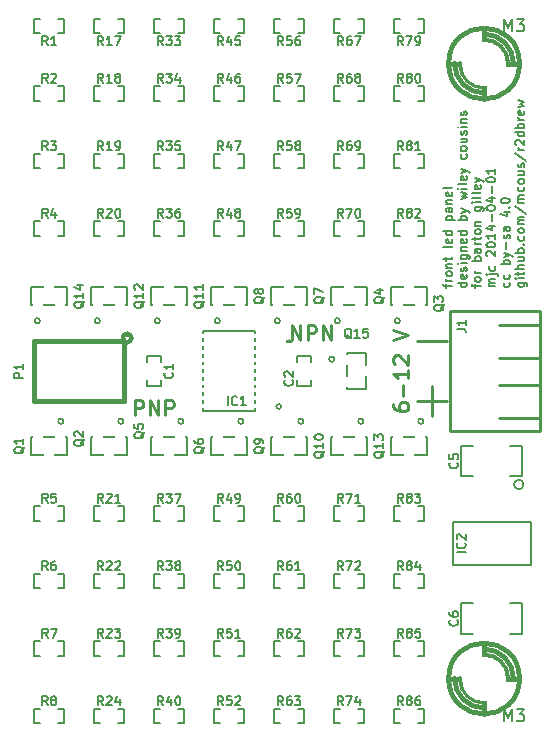
<source format=gto>
%FSLAX34Y34*%
G04 Gerber Fmt 3.4, Leading zero omitted, Abs format*
G04 (created by PCBNEW (2014-03-18 BZR 4754)-product) date Tue 01 Apr 2014 07:52:17 PM CDT*
%MOIN*%
G01*
G70*
G90*
G04 APERTURE LIST*
%ADD10C,0.006000*%
%ADD11C,0.010000*%
%ADD12C,0.015000*%
%ADD13C,0.008000*%
%ADD14C,0.147732*%
%ADD15R,0.033559X0.033559*%
%ADD16R,0.068992X0.076866*%
%ADD17R,0.068504X0.017323*%
%ADD18R,0.053244X0.092614*%
%ADD19R,0.143795X0.092614*%
%ADD20R,0.092614X0.092614*%
%ADD21C,0.092614*%
%ADD22C,0.068992*%
%ADD23R,0.072929X0.072929*%
%ADD24C,0.072929*%
%ADD25R,0.033465X0.049606*%
%ADD26R,0.049606X0.033465*%
G04 APERTURE END LIST*
G54D10*
G54D11*
X48107Y-42476D02*
X48107Y-41976D01*
X48297Y-41976D01*
X48345Y-42000D01*
X48369Y-42023D01*
X48392Y-42071D01*
X48392Y-42142D01*
X48369Y-42190D01*
X48345Y-42214D01*
X48297Y-42238D01*
X48107Y-42238D01*
X48607Y-42476D02*
X48607Y-41976D01*
X48892Y-42476D01*
X48892Y-41976D01*
X49130Y-42476D02*
X49130Y-41976D01*
X49321Y-41976D01*
X49369Y-42000D01*
X49392Y-42023D01*
X49416Y-42071D01*
X49416Y-42142D01*
X49392Y-42190D01*
X49369Y-42214D01*
X49321Y-42238D01*
X49130Y-42238D01*
X53345Y-39976D02*
X53345Y-39476D01*
X53630Y-39976D01*
X53630Y-39476D01*
X53869Y-39976D02*
X53869Y-39476D01*
X54059Y-39476D01*
X54107Y-39500D01*
X54130Y-39523D01*
X54154Y-39571D01*
X54154Y-39642D01*
X54130Y-39690D01*
X54107Y-39714D01*
X54059Y-39738D01*
X53869Y-39738D01*
X54369Y-39976D02*
X54369Y-39476D01*
X54654Y-39976D01*
X54654Y-39476D01*
G54D10*
X53184Y-40022D02*
X53184Y-39972D01*
X53213Y-40022D01*
X53213Y-39972D01*
X53236Y-40022D02*
X53236Y-39972D01*
X53255Y-39972D01*
X53260Y-39975D01*
X53263Y-39977D01*
X53265Y-39982D01*
X53265Y-39989D01*
X53263Y-39994D01*
X53260Y-39996D01*
X53255Y-39998D01*
X53236Y-39998D01*
X53286Y-40022D02*
X53286Y-39972D01*
X53315Y-40022D01*
X53315Y-39972D01*
G54D11*
X56726Y-42095D02*
X56726Y-42190D01*
X56750Y-42238D01*
X56773Y-42261D01*
X56845Y-42309D01*
X56940Y-42333D01*
X57130Y-42333D01*
X57178Y-42309D01*
X57202Y-42285D01*
X57226Y-42238D01*
X57226Y-42142D01*
X57202Y-42095D01*
X57178Y-42071D01*
X57130Y-42047D01*
X57011Y-42047D01*
X56964Y-42071D01*
X56940Y-42095D01*
X56916Y-42142D01*
X56916Y-42238D01*
X56940Y-42285D01*
X56964Y-42309D01*
X57011Y-42333D01*
X57035Y-41833D02*
X57035Y-41452D01*
X57226Y-40952D02*
X57226Y-41238D01*
X57226Y-41095D02*
X56726Y-41095D01*
X56797Y-41142D01*
X56845Y-41190D01*
X56869Y-41238D01*
X56773Y-40761D02*
X56750Y-40738D01*
X56726Y-40690D01*
X56726Y-40571D01*
X56750Y-40523D01*
X56773Y-40499D01*
X56821Y-40476D01*
X56869Y-40476D01*
X56940Y-40499D01*
X57226Y-40785D01*
X57226Y-40476D01*
X56726Y-39952D02*
X57226Y-39785D01*
X56726Y-39619D01*
X58500Y-40000D02*
X57500Y-40000D01*
X58000Y-42500D02*
X58000Y-41500D01*
X57500Y-42000D02*
X58500Y-42000D01*
G54D10*
X58485Y-38221D02*
X58485Y-38107D01*
X58685Y-38178D02*
X58428Y-38178D01*
X58400Y-38164D01*
X58385Y-38135D01*
X58385Y-38107D01*
X58685Y-38007D02*
X58485Y-38007D01*
X58542Y-38007D02*
X58514Y-37992D01*
X58500Y-37978D01*
X58485Y-37950D01*
X58485Y-37921D01*
X58685Y-37778D02*
X58671Y-37807D01*
X58657Y-37821D01*
X58628Y-37835D01*
X58542Y-37835D01*
X58514Y-37821D01*
X58500Y-37807D01*
X58485Y-37778D01*
X58485Y-37735D01*
X58500Y-37707D01*
X58514Y-37692D01*
X58542Y-37678D01*
X58628Y-37678D01*
X58657Y-37692D01*
X58671Y-37707D01*
X58685Y-37735D01*
X58685Y-37778D01*
X58485Y-37549D02*
X58685Y-37549D01*
X58514Y-37549D02*
X58500Y-37535D01*
X58485Y-37507D01*
X58485Y-37464D01*
X58500Y-37435D01*
X58528Y-37421D01*
X58685Y-37421D01*
X58485Y-37321D02*
X58485Y-37207D01*
X58385Y-37278D02*
X58642Y-37278D01*
X58671Y-37264D01*
X58685Y-37235D01*
X58685Y-37207D01*
X58685Y-36835D02*
X58671Y-36864D01*
X58642Y-36878D01*
X58385Y-36878D01*
X58671Y-36607D02*
X58685Y-36635D01*
X58685Y-36692D01*
X58671Y-36721D01*
X58642Y-36735D01*
X58528Y-36735D01*
X58500Y-36721D01*
X58485Y-36692D01*
X58485Y-36635D01*
X58500Y-36607D01*
X58528Y-36592D01*
X58557Y-36592D01*
X58585Y-36735D01*
X58685Y-36335D02*
X58385Y-36335D01*
X58671Y-36335D02*
X58685Y-36364D01*
X58685Y-36421D01*
X58671Y-36449D01*
X58657Y-36464D01*
X58628Y-36478D01*
X58542Y-36478D01*
X58514Y-36464D01*
X58500Y-36449D01*
X58485Y-36421D01*
X58485Y-36364D01*
X58500Y-36335D01*
X58485Y-35964D02*
X58785Y-35964D01*
X58500Y-35964D02*
X58485Y-35935D01*
X58485Y-35878D01*
X58500Y-35849D01*
X58514Y-35835D01*
X58542Y-35821D01*
X58628Y-35821D01*
X58657Y-35835D01*
X58671Y-35849D01*
X58685Y-35878D01*
X58685Y-35935D01*
X58671Y-35964D01*
X58685Y-35564D02*
X58528Y-35564D01*
X58500Y-35578D01*
X58485Y-35607D01*
X58485Y-35664D01*
X58500Y-35692D01*
X58671Y-35564D02*
X58685Y-35592D01*
X58685Y-35664D01*
X58671Y-35692D01*
X58642Y-35707D01*
X58614Y-35707D01*
X58585Y-35692D01*
X58571Y-35664D01*
X58571Y-35592D01*
X58557Y-35564D01*
X58485Y-35421D02*
X58685Y-35421D01*
X58514Y-35421D02*
X58500Y-35407D01*
X58485Y-35378D01*
X58485Y-35335D01*
X58500Y-35307D01*
X58528Y-35292D01*
X58685Y-35292D01*
X58671Y-35035D02*
X58685Y-35064D01*
X58685Y-35121D01*
X58671Y-35149D01*
X58642Y-35164D01*
X58528Y-35164D01*
X58500Y-35149D01*
X58485Y-35121D01*
X58485Y-35064D01*
X58500Y-35035D01*
X58528Y-35021D01*
X58557Y-35021D01*
X58585Y-35164D01*
X58685Y-34849D02*
X58671Y-34878D01*
X58642Y-34892D01*
X58385Y-34892D01*
X59165Y-38050D02*
X58865Y-38050D01*
X59151Y-38050D02*
X59165Y-38078D01*
X59165Y-38135D01*
X59151Y-38164D01*
X59137Y-38178D01*
X59108Y-38192D01*
X59022Y-38192D01*
X58994Y-38178D01*
X58980Y-38164D01*
X58965Y-38135D01*
X58965Y-38078D01*
X58980Y-38050D01*
X59151Y-37792D02*
X59165Y-37821D01*
X59165Y-37878D01*
X59151Y-37907D01*
X59122Y-37921D01*
X59008Y-37921D01*
X58980Y-37907D01*
X58965Y-37878D01*
X58965Y-37821D01*
X58980Y-37792D01*
X59008Y-37778D01*
X59037Y-37778D01*
X59065Y-37921D01*
X59151Y-37664D02*
X59165Y-37635D01*
X59165Y-37578D01*
X59151Y-37549D01*
X59122Y-37535D01*
X59108Y-37535D01*
X59080Y-37549D01*
X59065Y-37578D01*
X59065Y-37621D01*
X59051Y-37649D01*
X59022Y-37664D01*
X59008Y-37664D01*
X58980Y-37649D01*
X58965Y-37621D01*
X58965Y-37578D01*
X58980Y-37549D01*
X59165Y-37407D02*
X58965Y-37407D01*
X58865Y-37407D02*
X58880Y-37421D01*
X58894Y-37407D01*
X58880Y-37392D01*
X58865Y-37407D01*
X58894Y-37407D01*
X58965Y-37135D02*
X59208Y-37135D01*
X59237Y-37150D01*
X59251Y-37164D01*
X59265Y-37192D01*
X59265Y-37235D01*
X59251Y-37264D01*
X59151Y-37135D02*
X59165Y-37164D01*
X59165Y-37221D01*
X59151Y-37250D01*
X59137Y-37264D01*
X59108Y-37278D01*
X59022Y-37278D01*
X58994Y-37264D01*
X58980Y-37250D01*
X58965Y-37221D01*
X58965Y-37164D01*
X58980Y-37135D01*
X58965Y-36992D02*
X59165Y-36992D01*
X58994Y-36992D02*
X58980Y-36978D01*
X58965Y-36949D01*
X58965Y-36907D01*
X58980Y-36878D01*
X59008Y-36864D01*
X59165Y-36864D01*
X59151Y-36607D02*
X59165Y-36635D01*
X59165Y-36692D01*
X59151Y-36721D01*
X59122Y-36735D01*
X59008Y-36735D01*
X58980Y-36721D01*
X58965Y-36692D01*
X58965Y-36635D01*
X58980Y-36607D01*
X59008Y-36592D01*
X59037Y-36592D01*
X59065Y-36735D01*
X59165Y-36335D02*
X58865Y-36335D01*
X59151Y-36335D02*
X59165Y-36364D01*
X59165Y-36421D01*
X59151Y-36449D01*
X59137Y-36464D01*
X59108Y-36478D01*
X59022Y-36478D01*
X58994Y-36464D01*
X58980Y-36449D01*
X58965Y-36421D01*
X58965Y-36364D01*
X58980Y-36335D01*
X59165Y-35964D02*
X58865Y-35964D01*
X58980Y-35964D02*
X58965Y-35935D01*
X58965Y-35878D01*
X58980Y-35849D01*
X58994Y-35835D01*
X59022Y-35821D01*
X59108Y-35821D01*
X59137Y-35835D01*
X59151Y-35849D01*
X59165Y-35878D01*
X59165Y-35935D01*
X59151Y-35964D01*
X58965Y-35721D02*
X59165Y-35649D01*
X58965Y-35578D02*
X59165Y-35649D01*
X59237Y-35678D01*
X59251Y-35692D01*
X59265Y-35721D01*
X58965Y-35264D02*
X59165Y-35207D01*
X59022Y-35149D01*
X59165Y-35092D01*
X58965Y-35035D01*
X59165Y-34921D02*
X58965Y-34921D01*
X58865Y-34921D02*
X58880Y-34935D01*
X58894Y-34921D01*
X58880Y-34907D01*
X58865Y-34921D01*
X58894Y-34921D01*
X59165Y-34735D02*
X59151Y-34764D01*
X59122Y-34778D01*
X58865Y-34778D01*
X59151Y-34507D02*
X59165Y-34535D01*
X59165Y-34592D01*
X59151Y-34621D01*
X59122Y-34635D01*
X59008Y-34635D01*
X58980Y-34621D01*
X58965Y-34592D01*
X58965Y-34535D01*
X58980Y-34507D01*
X59008Y-34492D01*
X59037Y-34492D01*
X59065Y-34635D01*
X58965Y-34392D02*
X59165Y-34321D01*
X58965Y-34249D02*
X59165Y-34321D01*
X59237Y-34349D01*
X59251Y-34364D01*
X59265Y-34392D01*
X59151Y-33778D02*
X59165Y-33807D01*
X59165Y-33864D01*
X59151Y-33892D01*
X59137Y-33907D01*
X59108Y-33921D01*
X59022Y-33921D01*
X58994Y-33907D01*
X58980Y-33892D01*
X58965Y-33864D01*
X58965Y-33807D01*
X58980Y-33778D01*
X59165Y-33607D02*
X59151Y-33635D01*
X59137Y-33649D01*
X59108Y-33664D01*
X59022Y-33664D01*
X58994Y-33649D01*
X58980Y-33635D01*
X58965Y-33607D01*
X58965Y-33564D01*
X58980Y-33535D01*
X58994Y-33521D01*
X59022Y-33507D01*
X59108Y-33507D01*
X59137Y-33521D01*
X59151Y-33535D01*
X59165Y-33564D01*
X59165Y-33607D01*
X58965Y-33249D02*
X59165Y-33249D01*
X58965Y-33378D02*
X59122Y-33378D01*
X59151Y-33364D01*
X59165Y-33335D01*
X59165Y-33292D01*
X59151Y-33264D01*
X59137Y-33249D01*
X59151Y-33121D02*
X59165Y-33092D01*
X59165Y-33035D01*
X59151Y-33007D01*
X59122Y-32992D01*
X59108Y-32992D01*
X59080Y-33007D01*
X59065Y-33035D01*
X59065Y-33078D01*
X59051Y-33107D01*
X59022Y-33121D01*
X59008Y-33121D01*
X58980Y-33107D01*
X58965Y-33078D01*
X58965Y-33035D01*
X58980Y-33007D01*
X59165Y-32864D02*
X58965Y-32864D01*
X58865Y-32864D02*
X58880Y-32878D01*
X58894Y-32864D01*
X58880Y-32849D01*
X58865Y-32864D01*
X58894Y-32864D01*
X58965Y-32721D02*
X59165Y-32721D01*
X58994Y-32721D02*
X58980Y-32707D01*
X58965Y-32678D01*
X58965Y-32635D01*
X58980Y-32607D01*
X59008Y-32592D01*
X59165Y-32592D01*
X59151Y-32464D02*
X59165Y-32435D01*
X59165Y-32378D01*
X59151Y-32349D01*
X59122Y-32335D01*
X59108Y-32335D01*
X59080Y-32349D01*
X59065Y-32378D01*
X59065Y-32421D01*
X59051Y-32449D01*
X59022Y-32464D01*
X59008Y-32464D01*
X58980Y-32449D01*
X58965Y-32421D01*
X58965Y-32378D01*
X58980Y-32349D01*
X59445Y-38221D02*
X59445Y-38107D01*
X59645Y-38178D02*
X59388Y-38178D01*
X59360Y-38164D01*
X59345Y-38135D01*
X59345Y-38107D01*
X59645Y-37964D02*
X59631Y-37992D01*
X59617Y-38007D01*
X59588Y-38021D01*
X59502Y-38021D01*
X59474Y-38007D01*
X59460Y-37992D01*
X59445Y-37964D01*
X59445Y-37921D01*
X59460Y-37892D01*
X59474Y-37878D01*
X59502Y-37864D01*
X59588Y-37864D01*
X59617Y-37878D01*
X59631Y-37892D01*
X59645Y-37921D01*
X59645Y-37964D01*
X59645Y-37735D02*
X59445Y-37735D01*
X59502Y-37735D02*
X59474Y-37721D01*
X59460Y-37707D01*
X59445Y-37678D01*
X59445Y-37649D01*
X59645Y-37321D02*
X59345Y-37321D01*
X59460Y-37321D02*
X59445Y-37292D01*
X59445Y-37235D01*
X59460Y-37207D01*
X59474Y-37192D01*
X59502Y-37178D01*
X59588Y-37178D01*
X59617Y-37192D01*
X59631Y-37207D01*
X59645Y-37235D01*
X59645Y-37292D01*
X59631Y-37321D01*
X59645Y-36921D02*
X59488Y-36921D01*
X59460Y-36935D01*
X59445Y-36964D01*
X59445Y-37021D01*
X59460Y-37049D01*
X59631Y-36921D02*
X59645Y-36949D01*
X59645Y-37021D01*
X59631Y-37049D01*
X59602Y-37064D01*
X59574Y-37064D01*
X59545Y-37049D01*
X59531Y-37021D01*
X59531Y-36949D01*
X59517Y-36921D01*
X59645Y-36778D02*
X59445Y-36778D01*
X59502Y-36778D02*
X59474Y-36764D01*
X59460Y-36749D01*
X59445Y-36721D01*
X59445Y-36692D01*
X59445Y-36635D02*
X59445Y-36521D01*
X59345Y-36592D02*
X59602Y-36592D01*
X59631Y-36578D01*
X59645Y-36549D01*
X59645Y-36521D01*
X59645Y-36378D02*
X59631Y-36407D01*
X59617Y-36421D01*
X59588Y-36435D01*
X59502Y-36435D01*
X59474Y-36421D01*
X59460Y-36407D01*
X59445Y-36378D01*
X59445Y-36335D01*
X59460Y-36307D01*
X59474Y-36292D01*
X59502Y-36278D01*
X59588Y-36278D01*
X59617Y-36292D01*
X59631Y-36307D01*
X59645Y-36335D01*
X59645Y-36378D01*
X59445Y-36149D02*
X59645Y-36149D01*
X59474Y-36149D02*
X59460Y-36135D01*
X59445Y-36107D01*
X59445Y-36064D01*
X59460Y-36035D01*
X59488Y-36021D01*
X59645Y-36021D01*
X59445Y-35521D02*
X59688Y-35521D01*
X59717Y-35535D01*
X59731Y-35549D01*
X59745Y-35578D01*
X59745Y-35621D01*
X59731Y-35649D01*
X59631Y-35521D02*
X59645Y-35549D01*
X59645Y-35607D01*
X59631Y-35635D01*
X59617Y-35649D01*
X59588Y-35664D01*
X59502Y-35664D01*
X59474Y-35649D01*
X59460Y-35635D01*
X59445Y-35607D01*
X59445Y-35549D01*
X59460Y-35521D01*
X59645Y-35378D02*
X59445Y-35378D01*
X59345Y-35378D02*
X59360Y-35392D01*
X59374Y-35378D01*
X59360Y-35364D01*
X59345Y-35378D01*
X59374Y-35378D01*
X59645Y-35192D02*
X59631Y-35221D01*
X59602Y-35235D01*
X59345Y-35235D01*
X59645Y-35035D02*
X59631Y-35064D01*
X59602Y-35078D01*
X59345Y-35078D01*
X59631Y-34807D02*
X59645Y-34835D01*
X59645Y-34892D01*
X59631Y-34921D01*
X59602Y-34935D01*
X59488Y-34935D01*
X59460Y-34921D01*
X59445Y-34892D01*
X59445Y-34835D01*
X59460Y-34807D01*
X59488Y-34792D01*
X59517Y-34792D01*
X59545Y-34935D01*
X59445Y-34692D02*
X59645Y-34621D01*
X59445Y-34549D02*
X59645Y-34621D01*
X59717Y-34649D01*
X59731Y-34664D01*
X59745Y-34692D01*
X60125Y-38178D02*
X59925Y-38178D01*
X59954Y-38178D02*
X59940Y-38164D01*
X59925Y-38135D01*
X59925Y-38092D01*
X59940Y-38064D01*
X59968Y-38050D01*
X60125Y-38050D01*
X59968Y-38050D02*
X59940Y-38035D01*
X59925Y-38007D01*
X59925Y-37964D01*
X59940Y-37935D01*
X59968Y-37921D01*
X60125Y-37921D01*
X59925Y-37778D02*
X60182Y-37778D01*
X60211Y-37792D01*
X60225Y-37821D01*
X60225Y-37835D01*
X59825Y-37778D02*
X59840Y-37792D01*
X59854Y-37778D01*
X59840Y-37764D01*
X59825Y-37778D01*
X59854Y-37778D01*
X60111Y-37507D02*
X60125Y-37535D01*
X60125Y-37592D01*
X60111Y-37621D01*
X60097Y-37635D01*
X60068Y-37650D01*
X59982Y-37650D01*
X59954Y-37635D01*
X59940Y-37621D01*
X59925Y-37592D01*
X59925Y-37535D01*
X59940Y-37507D01*
X59854Y-37164D02*
X59840Y-37150D01*
X59825Y-37121D01*
X59825Y-37050D01*
X59840Y-37021D01*
X59854Y-37007D01*
X59882Y-36992D01*
X59911Y-36992D01*
X59954Y-37007D01*
X60125Y-37178D01*
X60125Y-36992D01*
X59825Y-36807D02*
X59825Y-36778D01*
X59840Y-36750D01*
X59854Y-36735D01*
X59882Y-36721D01*
X59940Y-36707D01*
X60011Y-36707D01*
X60068Y-36721D01*
X60097Y-36735D01*
X60111Y-36750D01*
X60125Y-36778D01*
X60125Y-36807D01*
X60111Y-36835D01*
X60097Y-36850D01*
X60068Y-36864D01*
X60011Y-36878D01*
X59940Y-36878D01*
X59882Y-36864D01*
X59854Y-36850D01*
X59840Y-36835D01*
X59825Y-36807D01*
X60125Y-36421D02*
X60125Y-36592D01*
X60125Y-36507D02*
X59825Y-36507D01*
X59868Y-36535D01*
X59897Y-36564D01*
X59911Y-36592D01*
X59925Y-36164D02*
X60125Y-36164D01*
X59811Y-36235D02*
X60025Y-36307D01*
X60025Y-36121D01*
X60011Y-36007D02*
X60011Y-35778D01*
X59825Y-35578D02*
X59825Y-35550D01*
X59840Y-35521D01*
X59854Y-35507D01*
X59882Y-35492D01*
X59940Y-35478D01*
X60011Y-35478D01*
X60068Y-35492D01*
X60097Y-35507D01*
X60111Y-35521D01*
X60125Y-35550D01*
X60125Y-35578D01*
X60111Y-35607D01*
X60097Y-35621D01*
X60068Y-35635D01*
X60011Y-35650D01*
X59940Y-35650D01*
X59882Y-35635D01*
X59854Y-35621D01*
X59840Y-35607D01*
X59825Y-35578D01*
X59925Y-35221D02*
X60125Y-35221D01*
X59811Y-35292D02*
X60025Y-35364D01*
X60025Y-35178D01*
X60011Y-35064D02*
X60011Y-34835D01*
X59825Y-34635D02*
X59825Y-34607D01*
X59840Y-34578D01*
X59854Y-34564D01*
X59882Y-34550D01*
X59940Y-34535D01*
X60011Y-34535D01*
X60068Y-34550D01*
X60097Y-34564D01*
X60111Y-34578D01*
X60125Y-34607D01*
X60125Y-34635D01*
X60111Y-34664D01*
X60097Y-34678D01*
X60068Y-34692D01*
X60011Y-34707D01*
X59940Y-34707D01*
X59882Y-34692D01*
X59854Y-34678D01*
X59840Y-34664D01*
X59825Y-34635D01*
X60125Y-34250D02*
X60125Y-34421D01*
X60125Y-34335D02*
X59825Y-34335D01*
X59868Y-34364D01*
X59897Y-34392D01*
X59911Y-34421D01*
X60591Y-38050D02*
X60605Y-38078D01*
X60605Y-38135D01*
X60591Y-38164D01*
X60577Y-38178D01*
X60548Y-38192D01*
X60462Y-38192D01*
X60434Y-38178D01*
X60420Y-38164D01*
X60405Y-38135D01*
X60405Y-38078D01*
X60420Y-38050D01*
X60591Y-37792D02*
X60605Y-37821D01*
X60605Y-37878D01*
X60591Y-37907D01*
X60577Y-37921D01*
X60548Y-37935D01*
X60462Y-37935D01*
X60434Y-37921D01*
X60420Y-37907D01*
X60405Y-37878D01*
X60405Y-37821D01*
X60420Y-37792D01*
X60605Y-37435D02*
X60305Y-37435D01*
X60420Y-37435D02*
X60405Y-37407D01*
X60405Y-37350D01*
X60420Y-37321D01*
X60434Y-37307D01*
X60462Y-37292D01*
X60548Y-37292D01*
X60577Y-37307D01*
X60591Y-37321D01*
X60605Y-37350D01*
X60605Y-37407D01*
X60591Y-37435D01*
X60405Y-37192D02*
X60605Y-37121D01*
X60405Y-37050D02*
X60605Y-37121D01*
X60677Y-37150D01*
X60691Y-37164D01*
X60705Y-37192D01*
X60491Y-36935D02*
X60491Y-36707D01*
X60591Y-36578D02*
X60605Y-36550D01*
X60605Y-36492D01*
X60591Y-36464D01*
X60562Y-36450D01*
X60548Y-36450D01*
X60520Y-36464D01*
X60505Y-36492D01*
X60505Y-36535D01*
X60491Y-36564D01*
X60462Y-36578D01*
X60448Y-36578D01*
X60420Y-36564D01*
X60405Y-36535D01*
X60405Y-36492D01*
X60420Y-36464D01*
X60605Y-36192D02*
X60448Y-36192D01*
X60420Y-36207D01*
X60405Y-36235D01*
X60405Y-36292D01*
X60420Y-36321D01*
X60591Y-36192D02*
X60605Y-36221D01*
X60605Y-36292D01*
X60591Y-36321D01*
X60562Y-36335D01*
X60534Y-36335D01*
X60505Y-36321D01*
X60491Y-36292D01*
X60491Y-36221D01*
X60477Y-36192D01*
X60405Y-35692D02*
X60605Y-35692D01*
X60291Y-35764D02*
X60505Y-35835D01*
X60505Y-35650D01*
X60577Y-35535D02*
X60591Y-35521D01*
X60605Y-35535D01*
X60591Y-35550D01*
X60577Y-35535D01*
X60605Y-35535D01*
X60305Y-35335D02*
X60305Y-35307D01*
X60320Y-35278D01*
X60334Y-35264D01*
X60362Y-35250D01*
X60420Y-35235D01*
X60491Y-35235D01*
X60548Y-35250D01*
X60577Y-35264D01*
X60591Y-35278D01*
X60605Y-35307D01*
X60605Y-35335D01*
X60591Y-35364D01*
X60577Y-35378D01*
X60548Y-35392D01*
X60491Y-35407D01*
X60420Y-35407D01*
X60362Y-35392D01*
X60334Y-35378D01*
X60320Y-35364D01*
X60305Y-35335D01*
X60885Y-38050D02*
X61128Y-38050D01*
X61157Y-38064D01*
X61171Y-38078D01*
X61185Y-38107D01*
X61185Y-38150D01*
X61171Y-38178D01*
X61071Y-38050D02*
X61085Y-38078D01*
X61085Y-38135D01*
X61071Y-38164D01*
X61057Y-38178D01*
X61028Y-38192D01*
X60942Y-38192D01*
X60914Y-38178D01*
X60900Y-38164D01*
X60885Y-38135D01*
X60885Y-38078D01*
X60900Y-38050D01*
X61085Y-37907D02*
X60885Y-37907D01*
X60785Y-37907D02*
X60800Y-37921D01*
X60814Y-37907D01*
X60800Y-37892D01*
X60785Y-37907D01*
X60814Y-37907D01*
X60885Y-37807D02*
X60885Y-37692D01*
X60785Y-37764D02*
X61042Y-37764D01*
X61071Y-37750D01*
X61085Y-37721D01*
X61085Y-37692D01*
X61085Y-37592D02*
X60785Y-37592D01*
X61085Y-37464D02*
X60928Y-37464D01*
X60900Y-37478D01*
X60885Y-37507D01*
X60885Y-37549D01*
X60900Y-37578D01*
X60914Y-37592D01*
X60885Y-37192D02*
X61085Y-37192D01*
X60885Y-37321D02*
X61042Y-37321D01*
X61071Y-37307D01*
X61085Y-37278D01*
X61085Y-37235D01*
X61071Y-37207D01*
X61057Y-37192D01*
X61085Y-37049D02*
X60785Y-37049D01*
X60900Y-37049D02*
X60885Y-37021D01*
X60885Y-36964D01*
X60900Y-36935D01*
X60914Y-36921D01*
X60942Y-36907D01*
X61028Y-36907D01*
X61057Y-36921D01*
X61071Y-36935D01*
X61085Y-36964D01*
X61085Y-37021D01*
X61071Y-37049D01*
X61057Y-36778D02*
X61071Y-36764D01*
X61085Y-36778D01*
X61071Y-36792D01*
X61057Y-36778D01*
X61085Y-36778D01*
X61071Y-36507D02*
X61085Y-36535D01*
X61085Y-36592D01*
X61071Y-36621D01*
X61057Y-36635D01*
X61028Y-36649D01*
X60942Y-36649D01*
X60914Y-36635D01*
X60900Y-36621D01*
X60885Y-36592D01*
X60885Y-36535D01*
X60900Y-36507D01*
X61085Y-36335D02*
X61071Y-36364D01*
X61057Y-36378D01*
X61028Y-36392D01*
X60942Y-36392D01*
X60914Y-36378D01*
X60900Y-36364D01*
X60885Y-36335D01*
X60885Y-36292D01*
X60900Y-36264D01*
X60914Y-36249D01*
X60942Y-36235D01*
X61028Y-36235D01*
X61057Y-36249D01*
X61071Y-36264D01*
X61085Y-36292D01*
X61085Y-36335D01*
X61085Y-36107D02*
X60885Y-36107D01*
X60914Y-36107D02*
X60900Y-36092D01*
X60885Y-36064D01*
X60885Y-36021D01*
X60900Y-35992D01*
X60928Y-35978D01*
X61085Y-35978D01*
X60928Y-35978D02*
X60900Y-35964D01*
X60885Y-35935D01*
X60885Y-35892D01*
X60900Y-35864D01*
X60928Y-35849D01*
X61085Y-35849D01*
X60771Y-35492D02*
X61157Y-35749D01*
X61085Y-35392D02*
X60885Y-35392D01*
X60914Y-35392D02*
X60900Y-35378D01*
X60885Y-35349D01*
X60885Y-35307D01*
X60900Y-35278D01*
X60928Y-35264D01*
X61085Y-35264D01*
X60928Y-35264D02*
X60900Y-35249D01*
X60885Y-35221D01*
X60885Y-35178D01*
X60900Y-35149D01*
X60928Y-35135D01*
X61085Y-35135D01*
X61071Y-34864D02*
X61085Y-34892D01*
X61085Y-34949D01*
X61071Y-34978D01*
X61057Y-34992D01*
X61028Y-35007D01*
X60942Y-35007D01*
X60914Y-34992D01*
X60900Y-34978D01*
X60885Y-34949D01*
X60885Y-34892D01*
X60900Y-34864D01*
X61085Y-34692D02*
X61071Y-34721D01*
X61057Y-34735D01*
X61028Y-34749D01*
X60942Y-34749D01*
X60914Y-34735D01*
X60900Y-34721D01*
X60885Y-34692D01*
X60885Y-34649D01*
X60900Y-34621D01*
X60914Y-34607D01*
X60942Y-34592D01*
X61028Y-34592D01*
X61057Y-34607D01*
X61071Y-34621D01*
X61085Y-34649D01*
X61085Y-34692D01*
X60885Y-34335D02*
X61085Y-34335D01*
X60885Y-34464D02*
X61042Y-34464D01*
X61071Y-34449D01*
X61085Y-34421D01*
X61085Y-34378D01*
X61071Y-34349D01*
X61057Y-34335D01*
X61071Y-34207D02*
X61085Y-34178D01*
X61085Y-34121D01*
X61071Y-34092D01*
X61042Y-34078D01*
X61028Y-34078D01*
X61000Y-34092D01*
X60985Y-34121D01*
X60985Y-34164D01*
X60971Y-34192D01*
X60942Y-34207D01*
X60928Y-34207D01*
X60900Y-34192D01*
X60885Y-34164D01*
X60885Y-34121D01*
X60900Y-34092D01*
X60771Y-33735D02*
X61157Y-33992D01*
X61085Y-33635D02*
X60885Y-33635D01*
X60942Y-33635D02*
X60914Y-33621D01*
X60900Y-33607D01*
X60885Y-33578D01*
X60885Y-33549D01*
X60814Y-33464D02*
X60800Y-33449D01*
X60785Y-33421D01*
X60785Y-33349D01*
X60800Y-33321D01*
X60814Y-33307D01*
X60842Y-33292D01*
X60871Y-33292D01*
X60914Y-33307D01*
X61085Y-33478D01*
X61085Y-33292D01*
X61085Y-33035D02*
X60785Y-33035D01*
X61071Y-33035D02*
X61085Y-33064D01*
X61085Y-33121D01*
X61071Y-33149D01*
X61057Y-33164D01*
X61028Y-33178D01*
X60942Y-33178D01*
X60914Y-33164D01*
X60900Y-33149D01*
X60885Y-33121D01*
X60885Y-33064D01*
X60900Y-33035D01*
X61085Y-32892D02*
X60785Y-32892D01*
X60900Y-32892D02*
X60885Y-32864D01*
X60885Y-32807D01*
X60900Y-32778D01*
X60914Y-32764D01*
X60942Y-32749D01*
X61028Y-32749D01*
X61057Y-32764D01*
X61071Y-32778D01*
X61085Y-32807D01*
X61085Y-32864D01*
X61071Y-32892D01*
X61085Y-32621D02*
X60885Y-32621D01*
X60942Y-32621D02*
X60914Y-32607D01*
X60900Y-32592D01*
X60885Y-32564D01*
X60885Y-32535D01*
X61071Y-32321D02*
X61085Y-32349D01*
X61085Y-32407D01*
X61071Y-32435D01*
X61042Y-32449D01*
X60928Y-32449D01*
X60900Y-32435D01*
X60885Y-32407D01*
X60885Y-32349D01*
X60900Y-32321D01*
X60928Y-32307D01*
X60957Y-32307D01*
X60985Y-32449D01*
X60885Y-32207D02*
X61085Y-32149D01*
X60942Y-32092D01*
X61085Y-32035D01*
X60885Y-31978D01*
G54D12*
X58765Y-51250D02*
G75*
G03X59750Y-52234I984J0D01*
G74*
G01*
X58962Y-51250D02*
G75*
G03X59750Y-52037I787J0D01*
G74*
G01*
X59159Y-51250D02*
G75*
G03X59750Y-51840I590J0D01*
G74*
G01*
X59356Y-51250D02*
G75*
G03X59750Y-51643I393J0D01*
G74*
G01*
X59553Y-51250D02*
G75*
G03X59750Y-51446I196J0D01*
G74*
G01*
X60734Y-51250D02*
G75*
G03X59750Y-50265I-984J0D01*
G74*
G01*
X60537Y-51250D02*
G75*
G03X59750Y-50462I-787J0D01*
G74*
G01*
X60340Y-51250D02*
G75*
G03X59750Y-50659I-590J0D01*
G74*
G01*
X60143Y-51250D02*
G75*
G03X59750Y-50856I-393J0D01*
G74*
G01*
X59946Y-51250D02*
G75*
G03X59750Y-51053I-196J0D01*
G74*
G01*
X59750Y-51250D02*
X59750Y-52431D01*
X59750Y-51250D02*
X58568Y-51250D01*
X59750Y-51250D02*
X60931Y-51250D01*
X59750Y-51250D02*
X59750Y-50068D01*
X60931Y-51250D02*
G75*
G03X60931Y-51250I-1181J0D01*
G74*
G01*
X58765Y-30750D02*
G75*
G03X59750Y-31734I984J0D01*
G74*
G01*
X58962Y-30750D02*
G75*
G03X59750Y-31537I787J0D01*
G74*
G01*
X59159Y-30750D02*
G75*
G03X59750Y-31340I590J0D01*
G74*
G01*
X59356Y-30750D02*
G75*
G03X59750Y-31143I393J0D01*
G74*
G01*
X59553Y-30750D02*
G75*
G03X59750Y-30946I196J0D01*
G74*
G01*
X60734Y-30750D02*
G75*
G03X59750Y-29765I-984J0D01*
G74*
G01*
X60537Y-30750D02*
G75*
G03X59750Y-29962I-787J0D01*
G74*
G01*
X60340Y-30750D02*
G75*
G03X59750Y-30159I-590J0D01*
G74*
G01*
X60143Y-30750D02*
G75*
G03X59750Y-30356I-393J0D01*
G74*
G01*
X59946Y-30750D02*
G75*
G03X59750Y-30553I-196J0D01*
G74*
G01*
X59750Y-30750D02*
X59750Y-31931D01*
X59750Y-30750D02*
X58568Y-30750D01*
X59750Y-30750D02*
X60931Y-30750D01*
X59750Y-30750D02*
X59750Y-29568D01*
X60931Y-30750D02*
G75*
G03X60931Y-30750I-1181J0D01*
G74*
G01*
G54D13*
X48986Y-41511D02*
X48513Y-41511D01*
X48513Y-41511D02*
X48513Y-41314D01*
X48986Y-41511D02*
X48986Y-41314D01*
X48513Y-40488D02*
X48986Y-40488D01*
X48986Y-40488D02*
X48986Y-40685D01*
X48513Y-40488D02*
X48513Y-40685D01*
X53513Y-40488D02*
X53986Y-40488D01*
X53986Y-40488D02*
X53986Y-40685D01*
X53513Y-40488D02*
X53513Y-40685D01*
X53986Y-41511D02*
X53513Y-41511D01*
X53513Y-41511D02*
X53513Y-41314D01*
X53986Y-41511D02*
X53986Y-41314D01*
X58976Y-44511D02*
X58976Y-43488D01*
X58976Y-43488D02*
X59370Y-43488D01*
X58976Y-44511D02*
X59370Y-44511D01*
X61023Y-43488D02*
X61023Y-44511D01*
X61023Y-44511D02*
X60629Y-44511D01*
X61023Y-43488D02*
X60629Y-43488D01*
X61023Y-48738D02*
X61023Y-49761D01*
X61023Y-49761D02*
X60629Y-49761D01*
X61023Y-48738D02*
X60629Y-48738D01*
X58976Y-49761D02*
X58976Y-48738D01*
X58976Y-48738D02*
X59370Y-48738D01*
X58976Y-49761D02*
X59370Y-49761D01*
X52982Y-42181D02*
G75*
G03X52982Y-42181I-78J0D01*
G74*
G01*
X52116Y-42338D02*
X52116Y-39661D01*
X52116Y-39661D02*
X50383Y-39661D01*
X50383Y-39661D02*
X50383Y-42338D01*
X50383Y-42338D02*
X52116Y-42338D01*
X61062Y-44781D02*
G75*
G03X61062Y-44781I-157J0D01*
G74*
G01*
X61299Y-46041D02*
X61299Y-47458D01*
X61299Y-47458D02*
X58700Y-47458D01*
X58700Y-47458D02*
X58700Y-46041D01*
X58700Y-46041D02*
X61299Y-46041D01*
G54D11*
X60250Y-39450D02*
X61600Y-39450D01*
X60250Y-40550D02*
X61600Y-40550D01*
X60250Y-42550D02*
X61600Y-42550D01*
X60250Y-41450D02*
X61600Y-41450D01*
X60250Y-39000D02*
X61600Y-39000D01*
X61600Y-39000D02*
X61600Y-43000D01*
X61600Y-43000D02*
X60250Y-43000D01*
X60250Y-43000D02*
X58600Y-43000D01*
X58600Y-43000D02*
X58600Y-39000D01*
X58600Y-39000D02*
X60250Y-39000D01*
G54D12*
X47991Y-39900D02*
G75*
G03X47991Y-39900I-141J0D01*
G74*
G01*
X47750Y-42000D02*
X47750Y-40000D01*
X47750Y-40000D02*
X44750Y-40000D01*
X44750Y-40000D02*
X44750Y-42000D01*
X44750Y-42000D02*
X47750Y-42000D01*
G54D13*
X45840Y-43185D02*
X44659Y-43185D01*
X44659Y-43185D02*
X44659Y-43814D01*
X44659Y-43814D02*
X45840Y-43814D01*
X45840Y-43814D02*
X45840Y-43185D01*
X45731Y-42673D02*
G75*
G03X45731Y-42673I-88J0D01*
G74*
G01*
X47840Y-43185D02*
X46659Y-43185D01*
X46659Y-43185D02*
X46659Y-43814D01*
X46659Y-43814D02*
X47840Y-43814D01*
X47840Y-43814D02*
X47840Y-43185D01*
X47731Y-42673D02*
G75*
G03X47731Y-42673I-88J0D01*
G74*
G01*
X56659Y-38814D02*
X57840Y-38814D01*
X57840Y-38814D02*
X57840Y-38185D01*
X57840Y-38185D02*
X56659Y-38185D01*
X56659Y-38185D02*
X56659Y-38814D01*
X56944Y-39326D02*
G75*
G03X56944Y-39326I-88J0D01*
G74*
G01*
X54659Y-38814D02*
X55840Y-38814D01*
X55840Y-38814D02*
X55840Y-38185D01*
X55840Y-38185D02*
X54659Y-38185D01*
X54659Y-38185D02*
X54659Y-38814D01*
X54944Y-39326D02*
G75*
G03X54944Y-39326I-88J0D01*
G74*
G01*
X49840Y-43185D02*
X48659Y-43185D01*
X48659Y-43185D02*
X48659Y-43814D01*
X48659Y-43814D02*
X49840Y-43814D01*
X49840Y-43814D02*
X49840Y-43185D01*
X49731Y-42673D02*
G75*
G03X49731Y-42673I-88J0D01*
G74*
G01*
X51840Y-43185D02*
X50659Y-43185D01*
X50659Y-43185D02*
X50659Y-43814D01*
X50659Y-43814D02*
X51840Y-43814D01*
X51840Y-43814D02*
X51840Y-43185D01*
X51731Y-42673D02*
G75*
G03X51731Y-42673I-88J0D01*
G74*
G01*
X52659Y-38814D02*
X53840Y-38814D01*
X53840Y-38814D02*
X53840Y-38185D01*
X53840Y-38185D02*
X52659Y-38185D01*
X52659Y-38185D02*
X52659Y-38814D01*
X52944Y-39326D02*
G75*
G03X52944Y-39326I-88J0D01*
G74*
G01*
X50659Y-38814D02*
X51840Y-38814D01*
X51840Y-38814D02*
X51840Y-38185D01*
X51840Y-38185D02*
X50659Y-38185D01*
X50659Y-38185D02*
X50659Y-38814D01*
X50944Y-39326D02*
G75*
G03X50944Y-39326I-88J0D01*
G74*
G01*
X53840Y-43185D02*
X52659Y-43185D01*
X52659Y-43185D02*
X52659Y-43814D01*
X52659Y-43814D02*
X53840Y-43814D01*
X53840Y-43814D02*
X53840Y-43185D01*
X53731Y-42673D02*
G75*
G03X53731Y-42673I-88J0D01*
G74*
G01*
X55840Y-43185D02*
X54659Y-43185D01*
X54659Y-43185D02*
X54659Y-43814D01*
X54659Y-43814D02*
X55840Y-43814D01*
X55840Y-43814D02*
X55840Y-43185D01*
X55731Y-42673D02*
G75*
G03X55731Y-42673I-88J0D01*
G74*
G01*
X48659Y-38814D02*
X49840Y-38814D01*
X49840Y-38814D02*
X49840Y-38185D01*
X49840Y-38185D02*
X48659Y-38185D01*
X48659Y-38185D02*
X48659Y-38814D01*
X48944Y-39326D02*
G75*
G03X48944Y-39326I-88J0D01*
G74*
G01*
X46659Y-38814D02*
X47840Y-38814D01*
X47840Y-38814D02*
X47840Y-38185D01*
X47840Y-38185D02*
X46659Y-38185D01*
X46659Y-38185D02*
X46659Y-38814D01*
X46944Y-39326D02*
G75*
G03X46944Y-39326I-88J0D01*
G74*
G01*
X57840Y-43185D02*
X56659Y-43185D01*
X56659Y-43185D02*
X56659Y-43814D01*
X56659Y-43814D02*
X57840Y-43814D01*
X57840Y-43814D02*
X57840Y-43185D01*
X57731Y-42673D02*
G75*
G03X57731Y-42673I-88J0D01*
G74*
G01*
X44659Y-38814D02*
X45840Y-38814D01*
X45840Y-38814D02*
X45840Y-38185D01*
X45840Y-38185D02*
X44659Y-38185D01*
X44659Y-38185D02*
X44659Y-38814D01*
X44944Y-39326D02*
G75*
G03X44944Y-39326I-88J0D01*
G74*
G01*
X55185Y-40409D02*
X55185Y-41590D01*
X55185Y-41590D02*
X55814Y-41590D01*
X55814Y-41590D02*
X55814Y-40409D01*
X55814Y-40409D02*
X55185Y-40409D01*
X54761Y-40606D02*
G75*
G03X54761Y-40606I-88J0D01*
G74*
G01*
X45761Y-29263D02*
X45761Y-29736D01*
X45761Y-29736D02*
X45564Y-29736D01*
X45761Y-29263D02*
X45564Y-29263D01*
X44738Y-29736D02*
X44738Y-29263D01*
X44738Y-29263D02*
X44935Y-29263D01*
X44738Y-29736D02*
X44935Y-29736D01*
X45761Y-31513D02*
X45761Y-31986D01*
X45761Y-31986D02*
X45564Y-31986D01*
X45761Y-31513D02*
X45564Y-31513D01*
X44738Y-31986D02*
X44738Y-31513D01*
X44738Y-31513D02*
X44935Y-31513D01*
X44738Y-31986D02*
X44935Y-31986D01*
X45761Y-33763D02*
X45761Y-34236D01*
X45761Y-34236D02*
X45564Y-34236D01*
X45761Y-33763D02*
X45564Y-33763D01*
X44738Y-34236D02*
X44738Y-33763D01*
X44738Y-33763D02*
X44935Y-33763D01*
X44738Y-34236D02*
X44935Y-34236D01*
X45761Y-36013D02*
X45761Y-36486D01*
X45761Y-36486D02*
X45564Y-36486D01*
X45761Y-36013D02*
X45564Y-36013D01*
X44738Y-36486D02*
X44738Y-36013D01*
X44738Y-36013D02*
X44935Y-36013D01*
X44738Y-36486D02*
X44935Y-36486D01*
X45761Y-45513D02*
X45761Y-45986D01*
X45761Y-45986D02*
X45564Y-45986D01*
X45761Y-45513D02*
X45564Y-45513D01*
X44738Y-45986D02*
X44738Y-45513D01*
X44738Y-45513D02*
X44935Y-45513D01*
X44738Y-45986D02*
X44935Y-45986D01*
X45761Y-47763D02*
X45761Y-48236D01*
X45761Y-48236D02*
X45564Y-48236D01*
X45761Y-47763D02*
X45564Y-47763D01*
X44738Y-48236D02*
X44738Y-47763D01*
X44738Y-47763D02*
X44935Y-47763D01*
X44738Y-48236D02*
X44935Y-48236D01*
X45761Y-50013D02*
X45761Y-50486D01*
X45761Y-50486D02*
X45564Y-50486D01*
X45761Y-50013D02*
X45564Y-50013D01*
X44738Y-50486D02*
X44738Y-50013D01*
X44738Y-50013D02*
X44935Y-50013D01*
X44738Y-50486D02*
X44935Y-50486D01*
X45761Y-52263D02*
X45761Y-52736D01*
X45761Y-52736D02*
X45564Y-52736D01*
X45761Y-52263D02*
X45564Y-52263D01*
X44738Y-52736D02*
X44738Y-52263D01*
X44738Y-52263D02*
X44935Y-52263D01*
X44738Y-52736D02*
X44935Y-52736D01*
X47761Y-29263D02*
X47761Y-29736D01*
X47761Y-29736D02*
X47564Y-29736D01*
X47761Y-29263D02*
X47564Y-29263D01*
X46738Y-29736D02*
X46738Y-29263D01*
X46738Y-29263D02*
X46935Y-29263D01*
X46738Y-29736D02*
X46935Y-29736D01*
X47761Y-31513D02*
X47761Y-31986D01*
X47761Y-31986D02*
X47564Y-31986D01*
X47761Y-31513D02*
X47564Y-31513D01*
X46738Y-31986D02*
X46738Y-31513D01*
X46738Y-31513D02*
X46935Y-31513D01*
X46738Y-31986D02*
X46935Y-31986D01*
X47761Y-33763D02*
X47761Y-34236D01*
X47761Y-34236D02*
X47564Y-34236D01*
X47761Y-33763D02*
X47564Y-33763D01*
X46738Y-34236D02*
X46738Y-33763D01*
X46738Y-33763D02*
X46935Y-33763D01*
X46738Y-34236D02*
X46935Y-34236D01*
X47761Y-36013D02*
X47761Y-36486D01*
X47761Y-36486D02*
X47564Y-36486D01*
X47761Y-36013D02*
X47564Y-36013D01*
X46738Y-36486D02*
X46738Y-36013D01*
X46738Y-36013D02*
X46935Y-36013D01*
X46738Y-36486D02*
X46935Y-36486D01*
X47761Y-45513D02*
X47761Y-45986D01*
X47761Y-45986D02*
X47564Y-45986D01*
X47761Y-45513D02*
X47564Y-45513D01*
X46738Y-45986D02*
X46738Y-45513D01*
X46738Y-45513D02*
X46935Y-45513D01*
X46738Y-45986D02*
X46935Y-45986D01*
X47761Y-47763D02*
X47761Y-48236D01*
X47761Y-48236D02*
X47564Y-48236D01*
X47761Y-47763D02*
X47564Y-47763D01*
X46738Y-48236D02*
X46738Y-47763D01*
X46738Y-47763D02*
X46935Y-47763D01*
X46738Y-48236D02*
X46935Y-48236D01*
X47761Y-50013D02*
X47761Y-50486D01*
X47761Y-50486D02*
X47564Y-50486D01*
X47761Y-50013D02*
X47564Y-50013D01*
X46738Y-50486D02*
X46738Y-50013D01*
X46738Y-50013D02*
X46935Y-50013D01*
X46738Y-50486D02*
X46935Y-50486D01*
X47761Y-52263D02*
X47761Y-52736D01*
X47761Y-52736D02*
X47564Y-52736D01*
X47761Y-52263D02*
X47564Y-52263D01*
X46738Y-52736D02*
X46738Y-52263D01*
X46738Y-52263D02*
X46935Y-52263D01*
X46738Y-52736D02*
X46935Y-52736D01*
X49761Y-29263D02*
X49761Y-29736D01*
X49761Y-29736D02*
X49564Y-29736D01*
X49761Y-29263D02*
X49564Y-29263D01*
X48738Y-29736D02*
X48738Y-29263D01*
X48738Y-29263D02*
X48935Y-29263D01*
X48738Y-29736D02*
X48935Y-29736D01*
X49761Y-31513D02*
X49761Y-31986D01*
X49761Y-31986D02*
X49564Y-31986D01*
X49761Y-31513D02*
X49564Y-31513D01*
X48738Y-31986D02*
X48738Y-31513D01*
X48738Y-31513D02*
X48935Y-31513D01*
X48738Y-31986D02*
X48935Y-31986D01*
X49761Y-33763D02*
X49761Y-34236D01*
X49761Y-34236D02*
X49564Y-34236D01*
X49761Y-33763D02*
X49564Y-33763D01*
X48738Y-34236D02*
X48738Y-33763D01*
X48738Y-33763D02*
X48935Y-33763D01*
X48738Y-34236D02*
X48935Y-34236D01*
X49761Y-36013D02*
X49761Y-36486D01*
X49761Y-36486D02*
X49564Y-36486D01*
X49761Y-36013D02*
X49564Y-36013D01*
X48738Y-36486D02*
X48738Y-36013D01*
X48738Y-36013D02*
X48935Y-36013D01*
X48738Y-36486D02*
X48935Y-36486D01*
X49761Y-45513D02*
X49761Y-45986D01*
X49761Y-45986D02*
X49564Y-45986D01*
X49761Y-45513D02*
X49564Y-45513D01*
X48738Y-45986D02*
X48738Y-45513D01*
X48738Y-45513D02*
X48935Y-45513D01*
X48738Y-45986D02*
X48935Y-45986D01*
X49761Y-47763D02*
X49761Y-48236D01*
X49761Y-48236D02*
X49564Y-48236D01*
X49761Y-47763D02*
X49564Y-47763D01*
X48738Y-48236D02*
X48738Y-47763D01*
X48738Y-47763D02*
X48935Y-47763D01*
X48738Y-48236D02*
X48935Y-48236D01*
X49761Y-50013D02*
X49761Y-50486D01*
X49761Y-50486D02*
X49564Y-50486D01*
X49761Y-50013D02*
X49564Y-50013D01*
X48738Y-50486D02*
X48738Y-50013D01*
X48738Y-50013D02*
X48935Y-50013D01*
X48738Y-50486D02*
X48935Y-50486D01*
X49761Y-52263D02*
X49761Y-52736D01*
X49761Y-52736D02*
X49564Y-52736D01*
X49761Y-52263D02*
X49564Y-52263D01*
X48738Y-52736D02*
X48738Y-52263D01*
X48738Y-52263D02*
X48935Y-52263D01*
X48738Y-52736D02*
X48935Y-52736D01*
X51761Y-29263D02*
X51761Y-29736D01*
X51761Y-29736D02*
X51564Y-29736D01*
X51761Y-29263D02*
X51564Y-29263D01*
X50738Y-29736D02*
X50738Y-29263D01*
X50738Y-29263D02*
X50935Y-29263D01*
X50738Y-29736D02*
X50935Y-29736D01*
X51761Y-31513D02*
X51761Y-31986D01*
X51761Y-31986D02*
X51564Y-31986D01*
X51761Y-31513D02*
X51564Y-31513D01*
X50738Y-31986D02*
X50738Y-31513D01*
X50738Y-31513D02*
X50935Y-31513D01*
X50738Y-31986D02*
X50935Y-31986D01*
X51761Y-33763D02*
X51761Y-34236D01*
X51761Y-34236D02*
X51564Y-34236D01*
X51761Y-33763D02*
X51564Y-33763D01*
X50738Y-34236D02*
X50738Y-33763D01*
X50738Y-33763D02*
X50935Y-33763D01*
X50738Y-34236D02*
X50935Y-34236D01*
X51761Y-36013D02*
X51761Y-36486D01*
X51761Y-36486D02*
X51564Y-36486D01*
X51761Y-36013D02*
X51564Y-36013D01*
X50738Y-36486D02*
X50738Y-36013D01*
X50738Y-36013D02*
X50935Y-36013D01*
X50738Y-36486D02*
X50935Y-36486D01*
X51761Y-45513D02*
X51761Y-45986D01*
X51761Y-45986D02*
X51564Y-45986D01*
X51761Y-45513D02*
X51564Y-45513D01*
X50738Y-45986D02*
X50738Y-45513D01*
X50738Y-45513D02*
X50935Y-45513D01*
X50738Y-45986D02*
X50935Y-45986D01*
X51761Y-47763D02*
X51761Y-48236D01*
X51761Y-48236D02*
X51564Y-48236D01*
X51761Y-47763D02*
X51564Y-47763D01*
X50738Y-48236D02*
X50738Y-47763D01*
X50738Y-47763D02*
X50935Y-47763D01*
X50738Y-48236D02*
X50935Y-48236D01*
X51761Y-50013D02*
X51761Y-50486D01*
X51761Y-50486D02*
X51564Y-50486D01*
X51761Y-50013D02*
X51564Y-50013D01*
X50738Y-50486D02*
X50738Y-50013D01*
X50738Y-50013D02*
X50935Y-50013D01*
X50738Y-50486D02*
X50935Y-50486D01*
X51761Y-52263D02*
X51761Y-52736D01*
X51761Y-52736D02*
X51564Y-52736D01*
X51761Y-52263D02*
X51564Y-52263D01*
X50738Y-52736D02*
X50738Y-52263D01*
X50738Y-52263D02*
X50935Y-52263D01*
X50738Y-52736D02*
X50935Y-52736D01*
X53761Y-29263D02*
X53761Y-29736D01*
X53761Y-29736D02*
X53564Y-29736D01*
X53761Y-29263D02*
X53564Y-29263D01*
X52738Y-29736D02*
X52738Y-29263D01*
X52738Y-29263D02*
X52935Y-29263D01*
X52738Y-29736D02*
X52935Y-29736D01*
X53761Y-31513D02*
X53761Y-31986D01*
X53761Y-31986D02*
X53564Y-31986D01*
X53761Y-31513D02*
X53564Y-31513D01*
X52738Y-31986D02*
X52738Y-31513D01*
X52738Y-31513D02*
X52935Y-31513D01*
X52738Y-31986D02*
X52935Y-31986D01*
X53761Y-33763D02*
X53761Y-34236D01*
X53761Y-34236D02*
X53564Y-34236D01*
X53761Y-33763D02*
X53564Y-33763D01*
X52738Y-34236D02*
X52738Y-33763D01*
X52738Y-33763D02*
X52935Y-33763D01*
X52738Y-34236D02*
X52935Y-34236D01*
X53761Y-36013D02*
X53761Y-36486D01*
X53761Y-36486D02*
X53564Y-36486D01*
X53761Y-36013D02*
X53564Y-36013D01*
X52738Y-36486D02*
X52738Y-36013D01*
X52738Y-36013D02*
X52935Y-36013D01*
X52738Y-36486D02*
X52935Y-36486D01*
X53761Y-45513D02*
X53761Y-45986D01*
X53761Y-45986D02*
X53564Y-45986D01*
X53761Y-45513D02*
X53564Y-45513D01*
X52738Y-45986D02*
X52738Y-45513D01*
X52738Y-45513D02*
X52935Y-45513D01*
X52738Y-45986D02*
X52935Y-45986D01*
X53761Y-47763D02*
X53761Y-48236D01*
X53761Y-48236D02*
X53564Y-48236D01*
X53761Y-47763D02*
X53564Y-47763D01*
X52738Y-48236D02*
X52738Y-47763D01*
X52738Y-47763D02*
X52935Y-47763D01*
X52738Y-48236D02*
X52935Y-48236D01*
X53761Y-50013D02*
X53761Y-50486D01*
X53761Y-50486D02*
X53564Y-50486D01*
X53761Y-50013D02*
X53564Y-50013D01*
X52738Y-50486D02*
X52738Y-50013D01*
X52738Y-50013D02*
X52935Y-50013D01*
X52738Y-50486D02*
X52935Y-50486D01*
X53761Y-52263D02*
X53761Y-52736D01*
X53761Y-52736D02*
X53564Y-52736D01*
X53761Y-52263D02*
X53564Y-52263D01*
X52738Y-52736D02*
X52738Y-52263D01*
X52738Y-52263D02*
X52935Y-52263D01*
X52738Y-52736D02*
X52935Y-52736D01*
X55761Y-29263D02*
X55761Y-29736D01*
X55761Y-29736D02*
X55564Y-29736D01*
X55761Y-29263D02*
X55564Y-29263D01*
X54738Y-29736D02*
X54738Y-29263D01*
X54738Y-29263D02*
X54935Y-29263D01*
X54738Y-29736D02*
X54935Y-29736D01*
X55761Y-31513D02*
X55761Y-31986D01*
X55761Y-31986D02*
X55564Y-31986D01*
X55761Y-31513D02*
X55564Y-31513D01*
X54738Y-31986D02*
X54738Y-31513D01*
X54738Y-31513D02*
X54935Y-31513D01*
X54738Y-31986D02*
X54935Y-31986D01*
X55761Y-33763D02*
X55761Y-34236D01*
X55761Y-34236D02*
X55564Y-34236D01*
X55761Y-33763D02*
X55564Y-33763D01*
X54738Y-34236D02*
X54738Y-33763D01*
X54738Y-33763D02*
X54935Y-33763D01*
X54738Y-34236D02*
X54935Y-34236D01*
X55761Y-36013D02*
X55761Y-36486D01*
X55761Y-36486D02*
X55564Y-36486D01*
X55761Y-36013D02*
X55564Y-36013D01*
X54738Y-36486D02*
X54738Y-36013D01*
X54738Y-36013D02*
X54935Y-36013D01*
X54738Y-36486D02*
X54935Y-36486D01*
X55761Y-45513D02*
X55761Y-45986D01*
X55761Y-45986D02*
X55564Y-45986D01*
X55761Y-45513D02*
X55564Y-45513D01*
X54738Y-45986D02*
X54738Y-45513D01*
X54738Y-45513D02*
X54935Y-45513D01*
X54738Y-45986D02*
X54935Y-45986D01*
X55761Y-47763D02*
X55761Y-48236D01*
X55761Y-48236D02*
X55564Y-48236D01*
X55761Y-47763D02*
X55564Y-47763D01*
X54738Y-48236D02*
X54738Y-47763D01*
X54738Y-47763D02*
X54935Y-47763D01*
X54738Y-48236D02*
X54935Y-48236D01*
X55761Y-50013D02*
X55761Y-50486D01*
X55761Y-50486D02*
X55564Y-50486D01*
X55761Y-50013D02*
X55564Y-50013D01*
X54738Y-50486D02*
X54738Y-50013D01*
X54738Y-50013D02*
X54935Y-50013D01*
X54738Y-50486D02*
X54935Y-50486D01*
X55761Y-52263D02*
X55761Y-52736D01*
X55761Y-52736D02*
X55564Y-52736D01*
X55761Y-52263D02*
X55564Y-52263D01*
X54738Y-52736D02*
X54738Y-52263D01*
X54738Y-52263D02*
X54935Y-52263D01*
X54738Y-52736D02*
X54935Y-52736D01*
X57761Y-29263D02*
X57761Y-29736D01*
X57761Y-29736D02*
X57564Y-29736D01*
X57761Y-29263D02*
X57564Y-29263D01*
X56738Y-29736D02*
X56738Y-29263D01*
X56738Y-29263D02*
X56935Y-29263D01*
X56738Y-29736D02*
X56935Y-29736D01*
X57761Y-31513D02*
X57761Y-31986D01*
X57761Y-31986D02*
X57564Y-31986D01*
X57761Y-31513D02*
X57564Y-31513D01*
X56738Y-31986D02*
X56738Y-31513D01*
X56738Y-31513D02*
X56935Y-31513D01*
X56738Y-31986D02*
X56935Y-31986D01*
X57761Y-33763D02*
X57761Y-34236D01*
X57761Y-34236D02*
X57564Y-34236D01*
X57761Y-33763D02*
X57564Y-33763D01*
X56738Y-34236D02*
X56738Y-33763D01*
X56738Y-33763D02*
X56935Y-33763D01*
X56738Y-34236D02*
X56935Y-34236D01*
X57761Y-36013D02*
X57761Y-36486D01*
X57761Y-36486D02*
X57564Y-36486D01*
X57761Y-36013D02*
X57564Y-36013D01*
X56738Y-36486D02*
X56738Y-36013D01*
X56738Y-36013D02*
X56935Y-36013D01*
X56738Y-36486D02*
X56935Y-36486D01*
X57761Y-45513D02*
X57761Y-45986D01*
X57761Y-45986D02*
X57564Y-45986D01*
X57761Y-45513D02*
X57564Y-45513D01*
X56738Y-45986D02*
X56738Y-45513D01*
X56738Y-45513D02*
X56935Y-45513D01*
X56738Y-45986D02*
X56935Y-45986D01*
X57761Y-47763D02*
X57761Y-48236D01*
X57761Y-48236D02*
X57564Y-48236D01*
X57761Y-47763D02*
X57564Y-47763D01*
X56738Y-48236D02*
X56738Y-47763D01*
X56738Y-47763D02*
X56935Y-47763D01*
X56738Y-48236D02*
X56935Y-48236D01*
X57761Y-50013D02*
X57761Y-50486D01*
X57761Y-50486D02*
X57564Y-50486D01*
X57761Y-50013D02*
X57564Y-50013D01*
X56738Y-50486D02*
X56738Y-50013D01*
X56738Y-50013D02*
X56935Y-50013D01*
X56738Y-50486D02*
X56935Y-50486D01*
X57761Y-52263D02*
X57761Y-52736D01*
X57761Y-52736D02*
X57564Y-52736D01*
X57761Y-52263D02*
X57564Y-52263D01*
X56738Y-52736D02*
X56738Y-52263D01*
X56738Y-52263D02*
X56935Y-52263D01*
X56738Y-52736D02*
X56935Y-52736D01*
X60426Y-52680D02*
X60426Y-52280D01*
X60559Y-52566D01*
X60692Y-52280D01*
X60692Y-52680D01*
X60845Y-52280D02*
X61092Y-52280D01*
X60959Y-52433D01*
X61016Y-52433D01*
X61054Y-52452D01*
X61073Y-52471D01*
X61092Y-52509D01*
X61092Y-52604D01*
X61073Y-52642D01*
X61054Y-52661D01*
X61016Y-52680D01*
X60902Y-52680D01*
X60864Y-52661D01*
X60845Y-52642D01*
X60426Y-29680D02*
X60426Y-29280D01*
X60559Y-29566D01*
X60692Y-29280D01*
X60692Y-29680D01*
X60845Y-29280D02*
X61092Y-29280D01*
X60959Y-29433D01*
X61016Y-29433D01*
X61054Y-29452D01*
X61073Y-29471D01*
X61092Y-29509D01*
X61092Y-29604D01*
X61073Y-29642D01*
X61054Y-29661D01*
X61016Y-29680D01*
X60902Y-29680D01*
X60864Y-29661D01*
X60845Y-29642D01*
G54D10*
X49357Y-41050D02*
X49371Y-41064D01*
X49385Y-41107D01*
X49385Y-41135D01*
X49371Y-41178D01*
X49342Y-41207D01*
X49314Y-41221D01*
X49257Y-41235D01*
X49214Y-41235D01*
X49157Y-41221D01*
X49128Y-41207D01*
X49100Y-41178D01*
X49085Y-41135D01*
X49085Y-41107D01*
X49100Y-41064D01*
X49114Y-41050D01*
X49385Y-40764D02*
X49385Y-40935D01*
X49385Y-40850D02*
X49085Y-40850D01*
X49128Y-40878D01*
X49157Y-40907D01*
X49171Y-40935D01*
X53357Y-41300D02*
X53371Y-41314D01*
X53385Y-41357D01*
X53385Y-41385D01*
X53371Y-41428D01*
X53342Y-41457D01*
X53314Y-41471D01*
X53257Y-41485D01*
X53214Y-41485D01*
X53157Y-41471D01*
X53128Y-41457D01*
X53100Y-41428D01*
X53085Y-41385D01*
X53085Y-41357D01*
X53100Y-41314D01*
X53114Y-41300D01*
X53114Y-41185D02*
X53100Y-41171D01*
X53085Y-41142D01*
X53085Y-41071D01*
X53100Y-41042D01*
X53114Y-41028D01*
X53142Y-41014D01*
X53171Y-41014D01*
X53214Y-41028D01*
X53385Y-41200D01*
X53385Y-41014D01*
X58857Y-44050D02*
X58871Y-44064D01*
X58885Y-44107D01*
X58885Y-44135D01*
X58871Y-44178D01*
X58842Y-44207D01*
X58814Y-44221D01*
X58757Y-44235D01*
X58714Y-44235D01*
X58657Y-44221D01*
X58628Y-44207D01*
X58600Y-44178D01*
X58585Y-44135D01*
X58585Y-44107D01*
X58600Y-44064D01*
X58614Y-44050D01*
X58585Y-43778D02*
X58585Y-43921D01*
X58728Y-43935D01*
X58714Y-43921D01*
X58700Y-43892D01*
X58700Y-43821D01*
X58714Y-43792D01*
X58728Y-43778D01*
X58757Y-43764D01*
X58828Y-43764D01*
X58857Y-43778D01*
X58871Y-43792D01*
X58885Y-43821D01*
X58885Y-43892D01*
X58871Y-43921D01*
X58857Y-43935D01*
X58857Y-49300D02*
X58871Y-49314D01*
X58885Y-49357D01*
X58885Y-49385D01*
X58871Y-49428D01*
X58842Y-49457D01*
X58814Y-49471D01*
X58757Y-49485D01*
X58714Y-49485D01*
X58657Y-49471D01*
X58628Y-49457D01*
X58600Y-49428D01*
X58585Y-49385D01*
X58585Y-49357D01*
X58600Y-49314D01*
X58614Y-49300D01*
X58585Y-49042D02*
X58585Y-49100D01*
X58600Y-49128D01*
X58614Y-49142D01*
X58657Y-49171D01*
X58714Y-49185D01*
X58828Y-49185D01*
X58857Y-49171D01*
X58871Y-49157D01*
X58885Y-49128D01*
X58885Y-49071D01*
X58871Y-49042D01*
X58857Y-49028D01*
X58828Y-49014D01*
X58757Y-49014D01*
X58728Y-49028D01*
X58714Y-49042D01*
X58700Y-49071D01*
X58700Y-49128D01*
X58714Y-49157D01*
X58728Y-49171D01*
X58757Y-49185D01*
X51207Y-42135D02*
X51207Y-41835D01*
X51521Y-42107D02*
X51507Y-42121D01*
X51464Y-42135D01*
X51435Y-42135D01*
X51392Y-42121D01*
X51364Y-42092D01*
X51350Y-42064D01*
X51335Y-42007D01*
X51335Y-41964D01*
X51350Y-41907D01*
X51364Y-41878D01*
X51392Y-41850D01*
X51435Y-41835D01*
X51464Y-41835D01*
X51507Y-41850D01*
X51521Y-41864D01*
X51807Y-42135D02*
X51635Y-42135D01*
X51721Y-42135D02*
X51721Y-41835D01*
X51692Y-41878D01*
X51664Y-41907D01*
X51635Y-41921D01*
X59135Y-47042D02*
X58835Y-47042D01*
X59107Y-46728D02*
X59121Y-46742D01*
X59135Y-46785D01*
X59135Y-46814D01*
X59121Y-46857D01*
X59092Y-46885D01*
X59064Y-46899D01*
X59007Y-46914D01*
X58964Y-46914D01*
X58907Y-46899D01*
X58878Y-46885D01*
X58850Y-46857D01*
X58835Y-46814D01*
X58835Y-46785D01*
X58850Y-46742D01*
X58864Y-46728D01*
X58864Y-46614D02*
X58850Y-46599D01*
X58835Y-46571D01*
X58835Y-46499D01*
X58850Y-46471D01*
X58864Y-46457D01*
X58892Y-46442D01*
X58921Y-46442D01*
X58964Y-46457D01*
X59135Y-46628D01*
X59135Y-46442D01*
X58835Y-39599D02*
X59050Y-39599D01*
X59092Y-39614D01*
X59121Y-39642D01*
X59135Y-39685D01*
X59135Y-39714D01*
X59135Y-39300D02*
X59135Y-39471D01*
X59135Y-39385D02*
X58835Y-39385D01*
X58878Y-39414D01*
X58907Y-39442D01*
X58921Y-39471D01*
X44385Y-41221D02*
X44085Y-41221D01*
X44085Y-41107D01*
X44100Y-41078D01*
X44114Y-41064D01*
X44142Y-41050D01*
X44185Y-41050D01*
X44214Y-41064D01*
X44228Y-41078D01*
X44242Y-41107D01*
X44242Y-41221D01*
X44385Y-40764D02*
X44385Y-40935D01*
X44385Y-40850D02*
X44085Y-40850D01*
X44128Y-40878D01*
X44157Y-40907D01*
X44171Y-40935D01*
X44414Y-43528D02*
X44400Y-43557D01*
X44371Y-43585D01*
X44328Y-43628D01*
X44314Y-43657D01*
X44314Y-43685D01*
X44385Y-43671D02*
X44371Y-43700D01*
X44342Y-43728D01*
X44285Y-43742D01*
X44185Y-43742D01*
X44128Y-43728D01*
X44100Y-43700D01*
X44085Y-43671D01*
X44085Y-43614D01*
X44100Y-43585D01*
X44128Y-43557D01*
X44185Y-43542D01*
X44285Y-43542D01*
X44342Y-43557D01*
X44371Y-43585D01*
X44385Y-43614D01*
X44385Y-43671D01*
X44385Y-43257D02*
X44385Y-43428D01*
X44385Y-43342D02*
X44085Y-43342D01*
X44128Y-43371D01*
X44157Y-43400D01*
X44171Y-43428D01*
X46414Y-43278D02*
X46400Y-43307D01*
X46371Y-43335D01*
X46328Y-43378D01*
X46314Y-43407D01*
X46314Y-43435D01*
X46385Y-43421D02*
X46371Y-43450D01*
X46342Y-43478D01*
X46285Y-43492D01*
X46185Y-43492D01*
X46128Y-43478D01*
X46100Y-43450D01*
X46085Y-43421D01*
X46085Y-43364D01*
X46100Y-43335D01*
X46128Y-43307D01*
X46185Y-43292D01*
X46285Y-43292D01*
X46342Y-43307D01*
X46371Y-43335D01*
X46385Y-43364D01*
X46385Y-43421D01*
X46114Y-43178D02*
X46100Y-43164D01*
X46085Y-43135D01*
X46085Y-43064D01*
X46100Y-43035D01*
X46114Y-43021D01*
X46142Y-43007D01*
X46171Y-43007D01*
X46214Y-43021D01*
X46385Y-43192D01*
X46385Y-43007D01*
X58414Y-38778D02*
X58400Y-38807D01*
X58371Y-38835D01*
X58328Y-38878D01*
X58314Y-38907D01*
X58314Y-38935D01*
X58385Y-38921D02*
X58371Y-38950D01*
X58342Y-38978D01*
X58285Y-38992D01*
X58185Y-38992D01*
X58128Y-38978D01*
X58100Y-38950D01*
X58085Y-38921D01*
X58085Y-38864D01*
X58100Y-38835D01*
X58128Y-38807D01*
X58185Y-38792D01*
X58285Y-38792D01*
X58342Y-38807D01*
X58371Y-38835D01*
X58385Y-38864D01*
X58385Y-38921D01*
X58085Y-38692D02*
X58085Y-38507D01*
X58200Y-38607D01*
X58200Y-38564D01*
X58214Y-38535D01*
X58228Y-38521D01*
X58257Y-38507D01*
X58328Y-38507D01*
X58357Y-38521D01*
X58371Y-38535D01*
X58385Y-38564D01*
X58385Y-38650D01*
X58371Y-38678D01*
X58357Y-38692D01*
X56414Y-38528D02*
X56400Y-38557D01*
X56371Y-38585D01*
X56328Y-38628D01*
X56314Y-38657D01*
X56314Y-38685D01*
X56385Y-38671D02*
X56371Y-38700D01*
X56342Y-38728D01*
X56285Y-38742D01*
X56185Y-38742D01*
X56128Y-38728D01*
X56100Y-38700D01*
X56085Y-38671D01*
X56085Y-38614D01*
X56100Y-38585D01*
X56128Y-38557D01*
X56185Y-38542D01*
X56285Y-38542D01*
X56342Y-38557D01*
X56371Y-38585D01*
X56385Y-38614D01*
X56385Y-38671D01*
X56185Y-38285D02*
X56385Y-38285D01*
X56071Y-38357D02*
X56285Y-38428D01*
X56285Y-38242D01*
X48414Y-43028D02*
X48400Y-43057D01*
X48371Y-43085D01*
X48328Y-43128D01*
X48314Y-43157D01*
X48314Y-43185D01*
X48385Y-43171D02*
X48371Y-43200D01*
X48342Y-43228D01*
X48285Y-43242D01*
X48185Y-43242D01*
X48128Y-43228D01*
X48100Y-43200D01*
X48085Y-43171D01*
X48085Y-43114D01*
X48100Y-43085D01*
X48128Y-43057D01*
X48185Y-43042D01*
X48285Y-43042D01*
X48342Y-43057D01*
X48371Y-43085D01*
X48385Y-43114D01*
X48385Y-43171D01*
X48085Y-42771D02*
X48085Y-42914D01*
X48228Y-42928D01*
X48214Y-42914D01*
X48200Y-42885D01*
X48200Y-42814D01*
X48214Y-42785D01*
X48228Y-42771D01*
X48257Y-42757D01*
X48328Y-42757D01*
X48357Y-42771D01*
X48371Y-42785D01*
X48385Y-42814D01*
X48385Y-42885D01*
X48371Y-42914D01*
X48357Y-42928D01*
X50414Y-43528D02*
X50400Y-43557D01*
X50371Y-43585D01*
X50328Y-43628D01*
X50314Y-43657D01*
X50314Y-43685D01*
X50385Y-43671D02*
X50371Y-43700D01*
X50342Y-43728D01*
X50285Y-43742D01*
X50185Y-43742D01*
X50128Y-43728D01*
X50100Y-43700D01*
X50085Y-43671D01*
X50085Y-43614D01*
X50100Y-43585D01*
X50128Y-43557D01*
X50185Y-43542D01*
X50285Y-43542D01*
X50342Y-43557D01*
X50371Y-43585D01*
X50385Y-43614D01*
X50385Y-43671D01*
X50085Y-43285D02*
X50085Y-43342D01*
X50100Y-43371D01*
X50114Y-43385D01*
X50157Y-43414D01*
X50214Y-43428D01*
X50328Y-43428D01*
X50357Y-43414D01*
X50371Y-43400D01*
X50385Y-43371D01*
X50385Y-43314D01*
X50371Y-43285D01*
X50357Y-43271D01*
X50328Y-43257D01*
X50257Y-43257D01*
X50228Y-43271D01*
X50214Y-43285D01*
X50200Y-43314D01*
X50200Y-43371D01*
X50214Y-43400D01*
X50228Y-43414D01*
X50257Y-43428D01*
X54414Y-38528D02*
X54400Y-38557D01*
X54371Y-38585D01*
X54328Y-38628D01*
X54314Y-38657D01*
X54314Y-38685D01*
X54385Y-38671D02*
X54371Y-38700D01*
X54342Y-38728D01*
X54285Y-38742D01*
X54185Y-38742D01*
X54128Y-38728D01*
X54100Y-38700D01*
X54085Y-38671D01*
X54085Y-38614D01*
X54100Y-38585D01*
X54128Y-38557D01*
X54185Y-38542D01*
X54285Y-38542D01*
X54342Y-38557D01*
X54371Y-38585D01*
X54385Y-38614D01*
X54385Y-38671D01*
X54085Y-38442D02*
X54085Y-38242D01*
X54385Y-38371D01*
X52414Y-38528D02*
X52400Y-38557D01*
X52371Y-38585D01*
X52328Y-38628D01*
X52314Y-38657D01*
X52314Y-38685D01*
X52385Y-38671D02*
X52371Y-38700D01*
X52342Y-38728D01*
X52285Y-38742D01*
X52185Y-38742D01*
X52128Y-38728D01*
X52100Y-38700D01*
X52085Y-38671D01*
X52085Y-38614D01*
X52100Y-38585D01*
X52128Y-38557D01*
X52185Y-38542D01*
X52285Y-38542D01*
X52342Y-38557D01*
X52371Y-38585D01*
X52385Y-38614D01*
X52385Y-38671D01*
X52214Y-38371D02*
X52200Y-38400D01*
X52185Y-38414D01*
X52157Y-38428D01*
X52142Y-38428D01*
X52114Y-38414D01*
X52100Y-38400D01*
X52085Y-38371D01*
X52085Y-38314D01*
X52100Y-38285D01*
X52114Y-38271D01*
X52142Y-38257D01*
X52157Y-38257D01*
X52185Y-38271D01*
X52200Y-38285D01*
X52214Y-38314D01*
X52214Y-38371D01*
X52228Y-38400D01*
X52242Y-38414D01*
X52271Y-38428D01*
X52328Y-38428D01*
X52357Y-38414D01*
X52371Y-38400D01*
X52385Y-38371D01*
X52385Y-38314D01*
X52371Y-38285D01*
X52357Y-38271D01*
X52328Y-38257D01*
X52271Y-38257D01*
X52242Y-38271D01*
X52228Y-38285D01*
X52214Y-38314D01*
X52414Y-43528D02*
X52400Y-43557D01*
X52371Y-43585D01*
X52328Y-43628D01*
X52314Y-43657D01*
X52314Y-43685D01*
X52385Y-43671D02*
X52371Y-43700D01*
X52342Y-43728D01*
X52285Y-43742D01*
X52185Y-43742D01*
X52128Y-43728D01*
X52100Y-43700D01*
X52085Y-43671D01*
X52085Y-43614D01*
X52100Y-43585D01*
X52128Y-43557D01*
X52185Y-43542D01*
X52285Y-43542D01*
X52342Y-43557D01*
X52371Y-43585D01*
X52385Y-43614D01*
X52385Y-43671D01*
X52385Y-43400D02*
X52385Y-43342D01*
X52371Y-43314D01*
X52357Y-43300D01*
X52314Y-43271D01*
X52257Y-43257D01*
X52142Y-43257D01*
X52114Y-43271D01*
X52100Y-43285D01*
X52085Y-43314D01*
X52085Y-43371D01*
X52100Y-43400D01*
X52114Y-43414D01*
X52142Y-43428D01*
X52214Y-43428D01*
X52242Y-43414D01*
X52257Y-43400D01*
X52271Y-43371D01*
X52271Y-43314D01*
X52257Y-43285D01*
X52242Y-43271D01*
X52214Y-43257D01*
X54414Y-43671D02*
X54400Y-43700D01*
X54371Y-43728D01*
X54328Y-43771D01*
X54314Y-43800D01*
X54314Y-43828D01*
X54385Y-43814D02*
X54371Y-43842D01*
X54342Y-43871D01*
X54285Y-43885D01*
X54185Y-43885D01*
X54128Y-43871D01*
X54100Y-43842D01*
X54085Y-43814D01*
X54085Y-43757D01*
X54100Y-43728D01*
X54128Y-43700D01*
X54185Y-43685D01*
X54285Y-43685D01*
X54342Y-43700D01*
X54371Y-43728D01*
X54385Y-43757D01*
X54385Y-43814D01*
X54385Y-43400D02*
X54385Y-43571D01*
X54385Y-43485D02*
X54085Y-43485D01*
X54128Y-43514D01*
X54157Y-43542D01*
X54171Y-43571D01*
X54085Y-43214D02*
X54085Y-43185D01*
X54100Y-43157D01*
X54114Y-43142D01*
X54142Y-43128D01*
X54200Y-43114D01*
X54271Y-43114D01*
X54328Y-43128D01*
X54357Y-43142D01*
X54371Y-43157D01*
X54385Y-43185D01*
X54385Y-43214D01*
X54371Y-43242D01*
X54357Y-43257D01*
X54328Y-43271D01*
X54271Y-43285D01*
X54200Y-43285D01*
X54142Y-43271D01*
X54114Y-43257D01*
X54100Y-43242D01*
X54085Y-43214D01*
X50414Y-38671D02*
X50400Y-38700D01*
X50371Y-38728D01*
X50328Y-38771D01*
X50314Y-38800D01*
X50314Y-38828D01*
X50385Y-38814D02*
X50371Y-38842D01*
X50342Y-38871D01*
X50285Y-38885D01*
X50185Y-38885D01*
X50128Y-38871D01*
X50100Y-38842D01*
X50085Y-38814D01*
X50085Y-38757D01*
X50100Y-38728D01*
X50128Y-38700D01*
X50185Y-38685D01*
X50285Y-38685D01*
X50342Y-38700D01*
X50371Y-38728D01*
X50385Y-38757D01*
X50385Y-38814D01*
X50385Y-38400D02*
X50385Y-38571D01*
X50385Y-38485D02*
X50085Y-38485D01*
X50128Y-38514D01*
X50157Y-38542D01*
X50171Y-38571D01*
X50385Y-38114D02*
X50385Y-38285D01*
X50385Y-38200D02*
X50085Y-38200D01*
X50128Y-38228D01*
X50157Y-38257D01*
X50171Y-38285D01*
X48414Y-38671D02*
X48400Y-38700D01*
X48371Y-38728D01*
X48328Y-38771D01*
X48314Y-38800D01*
X48314Y-38828D01*
X48385Y-38814D02*
X48371Y-38842D01*
X48342Y-38871D01*
X48285Y-38885D01*
X48185Y-38885D01*
X48128Y-38871D01*
X48100Y-38842D01*
X48085Y-38814D01*
X48085Y-38757D01*
X48100Y-38728D01*
X48128Y-38700D01*
X48185Y-38685D01*
X48285Y-38685D01*
X48342Y-38700D01*
X48371Y-38728D01*
X48385Y-38757D01*
X48385Y-38814D01*
X48385Y-38400D02*
X48385Y-38571D01*
X48385Y-38485D02*
X48085Y-38485D01*
X48128Y-38514D01*
X48157Y-38542D01*
X48171Y-38571D01*
X48114Y-38285D02*
X48100Y-38271D01*
X48085Y-38242D01*
X48085Y-38171D01*
X48100Y-38142D01*
X48114Y-38128D01*
X48142Y-38114D01*
X48171Y-38114D01*
X48214Y-38128D01*
X48385Y-38300D01*
X48385Y-38114D01*
X56414Y-43671D02*
X56400Y-43700D01*
X56371Y-43728D01*
X56328Y-43771D01*
X56314Y-43800D01*
X56314Y-43828D01*
X56385Y-43814D02*
X56371Y-43842D01*
X56342Y-43871D01*
X56285Y-43885D01*
X56185Y-43885D01*
X56128Y-43871D01*
X56100Y-43842D01*
X56085Y-43814D01*
X56085Y-43757D01*
X56100Y-43728D01*
X56128Y-43700D01*
X56185Y-43685D01*
X56285Y-43685D01*
X56342Y-43700D01*
X56371Y-43728D01*
X56385Y-43757D01*
X56385Y-43814D01*
X56385Y-43400D02*
X56385Y-43571D01*
X56385Y-43485D02*
X56085Y-43485D01*
X56128Y-43514D01*
X56157Y-43542D01*
X56171Y-43571D01*
X56085Y-43300D02*
X56085Y-43114D01*
X56200Y-43214D01*
X56200Y-43171D01*
X56214Y-43142D01*
X56228Y-43128D01*
X56257Y-43114D01*
X56328Y-43114D01*
X56357Y-43128D01*
X56371Y-43142D01*
X56385Y-43171D01*
X56385Y-43257D01*
X56371Y-43285D01*
X56357Y-43300D01*
X46414Y-38671D02*
X46400Y-38700D01*
X46371Y-38728D01*
X46328Y-38771D01*
X46314Y-38800D01*
X46314Y-38828D01*
X46385Y-38814D02*
X46371Y-38842D01*
X46342Y-38871D01*
X46285Y-38885D01*
X46185Y-38885D01*
X46128Y-38871D01*
X46100Y-38842D01*
X46085Y-38814D01*
X46085Y-38757D01*
X46100Y-38728D01*
X46128Y-38700D01*
X46185Y-38685D01*
X46285Y-38685D01*
X46342Y-38700D01*
X46371Y-38728D01*
X46385Y-38757D01*
X46385Y-38814D01*
X46385Y-38400D02*
X46385Y-38571D01*
X46385Y-38485D02*
X46085Y-38485D01*
X46128Y-38514D01*
X46157Y-38542D01*
X46171Y-38571D01*
X46185Y-38142D02*
X46385Y-38142D01*
X46071Y-38214D02*
X46285Y-38285D01*
X46285Y-38100D01*
X55328Y-39914D02*
X55300Y-39900D01*
X55271Y-39871D01*
X55228Y-39828D01*
X55200Y-39814D01*
X55171Y-39814D01*
X55185Y-39885D02*
X55157Y-39871D01*
X55128Y-39842D01*
X55114Y-39785D01*
X55114Y-39685D01*
X55128Y-39628D01*
X55157Y-39600D01*
X55185Y-39585D01*
X55242Y-39585D01*
X55271Y-39600D01*
X55300Y-39628D01*
X55314Y-39685D01*
X55314Y-39785D01*
X55300Y-39842D01*
X55271Y-39871D01*
X55242Y-39885D01*
X55185Y-39885D01*
X55600Y-39885D02*
X55428Y-39885D01*
X55514Y-39885D02*
X55514Y-39585D01*
X55485Y-39628D01*
X55457Y-39657D01*
X55428Y-39671D01*
X55871Y-39585D02*
X55728Y-39585D01*
X55714Y-39728D01*
X55728Y-39714D01*
X55757Y-39700D01*
X55828Y-39700D01*
X55857Y-39714D01*
X55871Y-39728D01*
X55885Y-39757D01*
X55885Y-39828D01*
X55871Y-39857D01*
X55857Y-39871D01*
X55828Y-39885D01*
X55757Y-39885D01*
X55728Y-39871D01*
X55714Y-39857D01*
X45200Y-30135D02*
X45100Y-29992D01*
X45028Y-30135D02*
X45028Y-29835D01*
X45142Y-29835D01*
X45171Y-29850D01*
X45185Y-29864D01*
X45200Y-29892D01*
X45200Y-29935D01*
X45185Y-29964D01*
X45171Y-29978D01*
X45142Y-29992D01*
X45028Y-29992D01*
X45485Y-30135D02*
X45314Y-30135D01*
X45400Y-30135D02*
X45400Y-29835D01*
X45371Y-29878D01*
X45342Y-29907D01*
X45314Y-29921D01*
X45200Y-31385D02*
X45100Y-31242D01*
X45028Y-31385D02*
X45028Y-31085D01*
X45142Y-31085D01*
X45171Y-31100D01*
X45185Y-31114D01*
X45200Y-31142D01*
X45200Y-31185D01*
X45185Y-31214D01*
X45171Y-31228D01*
X45142Y-31242D01*
X45028Y-31242D01*
X45314Y-31114D02*
X45328Y-31100D01*
X45357Y-31085D01*
X45428Y-31085D01*
X45457Y-31100D01*
X45471Y-31114D01*
X45485Y-31142D01*
X45485Y-31171D01*
X45471Y-31214D01*
X45300Y-31385D01*
X45485Y-31385D01*
X45200Y-33635D02*
X45100Y-33492D01*
X45028Y-33635D02*
X45028Y-33335D01*
X45142Y-33335D01*
X45171Y-33350D01*
X45185Y-33364D01*
X45200Y-33392D01*
X45200Y-33435D01*
X45185Y-33464D01*
X45171Y-33478D01*
X45142Y-33492D01*
X45028Y-33492D01*
X45300Y-33335D02*
X45485Y-33335D01*
X45385Y-33450D01*
X45428Y-33450D01*
X45457Y-33464D01*
X45471Y-33478D01*
X45485Y-33507D01*
X45485Y-33578D01*
X45471Y-33607D01*
X45457Y-33621D01*
X45428Y-33635D01*
X45342Y-33635D01*
X45314Y-33621D01*
X45300Y-33607D01*
X45200Y-35885D02*
X45100Y-35742D01*
X45028Y-35885D02*
X45028Y-35585D01*
X45142Y-35585D01*
X45171Y-35600D01*
X45185Y-35614D01*
X45200Y-35642D01*
X45200Y-35685D01*
X45185Y-35714D01*
X45171Y-35728D01*
X45142Y-35742D01*
X45028Y-35742D01*
X45457Y-35685D02*
X45457Y-35885D01*
X45385Y-35571D02*
X45314Y-35785D01*
X45500Y-35785D01*
X45200Y-45385D02*
X45100Y-45242D01*
X45028Y-45385D02*
X45028Y-45085D01*
X45142Y-45085D01*
X45171Y-45100D01*
X45185Y-45114D01*
X45200Y-45142D01*
X45200Y-45185D01*
X45185Y-45214D01*
X45171Y-45228D01*
X45142Y-45242D01*
X45028Y-45242D01*
X45471Y-45085D02*
X45328Y-45085D01*
X45314Y-45228D01*
X45328Y-45214D01*
X45357Y-45200D01*
X45428Y-45200D01*
X45457Y-45214D01*
X45471Y-45228D01*
X45485Y-45257D01*
X45485Y-45328D01*
X45471Y-45357D01*
X45457Y-45371D01*
X45428Y-45385D01*
X45357Y-45385D01*
X45328Y-45371D01*
X45314Y-45357D01*
X45200Y-47635D02*
X45100Y-47492D01*
X45028Y-47635D02*
X45028Y-47335D01*
X45142Y-47335D01*
X45171Y-47350D01*
X45185Y-47364D01*
X45200Y-47392D01*
X45200Y-47435D01*
X45185Y-47464D01*
X45171Y-47478D01*
X45142Y-47492D01*
X45028Y-47492D01*
X45457Y-47335D02*
X45400Y-47335D01*
X45371Y-47350D01*
X45357Y-47364D01*
X45328Y-47407D01*
X45314Y-47464D01*
X45314Y-47578D01*
X45328Y-47607D01*
X45342Y-47621D01*
X45371Y-47635D01*
X45428Y-47635D01*
X45457Y-47621D01*
X45471Y-47607D01*
X45485Y-47578D01*
X45485Y-47507D01*
X45471Y-47478D01*
X45457Y-47464D01*
X45428Y-47450D01*
X45371Y-47450D01*
X45342Y-47464D01*
X45328Y-47478D01*
X45314Y-47507D01*
X45200Y-49885D02*
X45100Y-49742D01*
X45028Y-49885D02*
X45028Y-49585D01*
X45142Y-49585D01*
X45171Y-49600D01*
X45185Y-49614D01*
X45200Y-49642D01*
X45200Y-49685D01*
X45185Y-49714D01*
X45171Y-49728D01*
X45142Y-49742D01*
X45028Y-49742D01*
X45300Y-49585D02*
X45500Y-49585D01*
X45371Y-49885D01*
X45200Y-52135D02*
X45100Y-51992D01*
X45028Y-52135D02*
X45028Y-51835D01*
X45142Y-51835D01*
X45171Y-51850D01*
X45185Y-51864D01*
X45200Y-51892D01*
X45200Y-51935D01*
X45185Y-51964D01*
X45171Y-51978D01*
X45142Y-51992D01*
X45028Y-51992D01*
X45371Y-51964D02*
X45342Y-51950D01*
X45328Y-51935D01*
X45314Y-51907D01*
X45314Y-51892D01*
X45328Y-51864D01*
X45342Y-51850D01*
X45371Y-51835D01*
X45428Y-51835D01*
X45457Y-51850D01*
X45471Y-51864D01*
X45485Y-51892D01*
X45485Y-51907D01*
X45471Y-51935D01*
X45457Y-51950D01*
X45428Y-51964D01*
X45371Y-51964D01*
X45342Y-51978D01*
X45328Y-51992D01*
X45314Y-52021D01*
X45314Y-52078D01*
X45328Y-52107D01*
X45342Y-52121D01*
X45371Y-52135D01*
X45428Y-52135D01*
X45457Y-52121D01*
X45471Y-52107D01*
X45485Y-52078D01*
X45485Y-52021D01*
X45471Y-51992D01*
X45457Y-51978D01*
X45428Y-51964D01*
X47057Y-30135D02*
X46957Y-29992D01*
X46885Y-30135D02*
X46885Y-29835D01*
X47000Y-29835D01*
X47028Y-29850D01*
X47042Y-29864D01*
X47057Y-29892D01*
X47057Y-29935D01*
X47042Y-29964D01*
X47028Y-29978D01*
X47000Y-29992D01*
X46885Y-29992D01*
X47342Y-30135D02*
X47171Y-30135D01*
X47257Y-30135D02*
X47257Y-29835D01*
X47228Y-29878D01*
X47200Y-29907D01*
X47171Y-29921D01*
X47442Y-29835D02*
X47642Y-29835D01*
X47514Y-30135D01*
X47057Y-31385D02*
X46957Y-31242D01*
X46885Y-31385D02*
X46885Y-31085D01*
X47000Y-31085D01*
X47028Y-31100D01*
X47042Y-31114D01*
X47057Y-31142D01*
X47057Y-31185D01*
X47042Y-31214D01*
X47028Y-31228D01*
X47000Y-31242D01*
X46885Y-31242D01*
X47342Y-31385D02*
X47171Y-31385D01*
X47257Y-31385D02*
X47257Y-31085D01*
X47228Y-31128D01*
X47200Y-31157D01*
X47171Y-31171D01*
X47514Y-31214D02*
X47485Y-31200D01*
X47471Y-31185D01*
X47457Y-31157D01*
X47457Y-31142D01*
X47471Y-31114D01*
X47485Y-31100D01*
X47514Y-31085D01*
X47571Y-31085D01*
X47600Y-31100D01*
X47614Y-31114D01*
X47628Y-31142D01*
X47628Y-31157D01*
X47614Y-31185D01*
X47600Y-31200D01*
X47571Y-31214D01*
X47514Y-31214D01*
X47485Y-31228D01*
X47471Y-31242D01*
X47457Y-31271D01*
X47457Y-31328D01*
X47471Y-31357D01*
X47485Y-31371D01*
X47514Y-31385D01*
X47571Y-31385D01*
X47600Y-31371D01*
X47614Y-31357D01*
X47628Y-31328D01*
X47628Y-31271D01*
X47614Y-31242D01*
X47600Y-31228D01*
X47571Y-31214D01*
X47057Y-33635D02*
X46957Y-33492D01*
X46885Y-33635D02*
X46885Y-33335D01*
X47000Y-33335D01*
X47028Y-33350D01*
X47042Y-33364D01*
X47057Y-33392D01*
X47057Y-33435D01*
X47042Y-33464D01*
X47028Y-33478D01*
X47000Y-33492D01*
X46885Y-33492D01*
X47342Y-33635D02*
X47171Y-33635D01*
X47257Y-33635D02*
X47257Y-33335D01*
X47228Y-33378D01*
X47200Y-33407D01*
X47171Y-33421D01*
X47485Y-33635D02*
X47542Y-33635D01*
X47571Y-33621D01*
X47585Y-33607D01*
X47614Y-33564D01*
X47628Y-33507D01*
X47628Y-33392D01*
X47614Y-33364D01*
X47600Y-33350D01*
X47571Y-33335D01*
X47514Y-33335D01*
X47485Y-33350D01*
X47471Y-33364D01*
X47457Y-33392D01*
X47457Y-33464D01*
X47471Y-33492D01*
X47485Y-33507D01*
X47514Y-33521D01*
X47571Y-33521D01*
X47600Y-33507D01*
X47614Y-33492D01*
X47628Y-33464D01*
X47057Y-35885D02*
X46957Y-35742D01*
X46885Y-35885D02*
X46885Y-35585D01*
X47000Y-35585D01*
X47028Y-35600D01*
X47042Y-35614D01*
X47057Y-35642D01*
X47057Y-35685D01*
X47042Y-35714D01*
X47028Y-35728D01*
X47000Y-35742D01*
X46885Y-35742D01*
X47171Y-35614D02*
X47185Y-35600D01*
X47214Y-35585D01*
X47285Y-35585D01*
X47314Y-35600D01*
X47328Y-35614D01*
X47342Y-35642D01*
X47342Y-35671D01*
X47328Y-35714D01*
X47157Y-35885D01*
X47342Y-35885D01*
X47528Y-35585D02*
X47557Y-35585D01*
X47585Y-35600D01*
X47600Y-35614D01*
X47614Y-35642D01*
X47628Y-35700D01*
X47628Y-35771D01*
X47614Y-35828D01*
X47600Y-35857D01*
X47585Y-35871D01*
X47557Y-35885D01*
X47528Y-35885D01*
X47500Y-35871D01*
X47485Y-35857D01*
X47471Y-35828D01*
X47457Y-35771D01*
X47457Y-35700D01*
X47471Y-35642D01*
X47485Y-35614D01*
X47500Y-35600D01*
X47528Y-35585D01*
X47057Y-45385D02*
X46957Y-45242D01*
X46885Y-45385D02*
X46885Y-45085D01*
X47000Y-45085D01*
X47028Y-45100D01*
X47042Y-45114D01*
X47057Y-45142D01*
X47057Y-45185D01*
X47042Y-45214D01*
X47028Y-45228D01*
X47000Y-45242D01*
X46885Y-45242D01*
X47171Y-45114D02*
X47185Y-45100D01*
X47214Y-45085D01*
X47285Y-45085D01*
X47314Y-45100D01*
X47328Y-45114D01*
X47342Y-45142D01*
X47342Y-45171D01*
X47328Y-45214D01*
X47157Y-45385D01*
X47342Y-45385D01*
X47628Y-45385D02*
X47457Y-45385D01*
X47542Y-45385D02*
X47542Y-45085D01*
X47514Y-45128D01*
X47485Y-45157D01*
X47457Y-45171D01*
X47057Y-47635D02*
X46957Y-47492D01*
X46885Y-47635D02*
X46885Y-47335D01*
X47000Y-47335D01*
X47028Y-47350D01*
X47042Y-47364D01*
X47057Y-47392D01*
X47057Y-47435D01*
X47042Y-47464D01*
X47028Y-47478D01*
X47000Y-47492D01*
X46885Y-47492D01*
X47171Y-47364D02*
X47185Y-47350D01*
X47214Y-47335D01*
X47285Y-47335D01*
X47314Y-47350D01*
X47328Y-47364D01*
X47342Y-47392D01*
X47342Y-47421D01*
X47328Y-47464D01*
X47157Y-47635D01*
X47342Y-47635D01*
X47457Y-47364D02*
X47471Y-47350D01*
X47500Y-47335D01*
X47571Y-47335D01*
X47600Y-47350D01*
X47614Y-47364D01*
X47628Y-47392D01*
X47628Y-47421D01*
X47614Y-47464D01*
X47442Y-47635D01*
X47628Y-47635D01*
X47057Y-49885D02*
X46957Y-49742D01*
X46885Y-49885D02*
X46885Y-49585D01*
X47000Y-49585D01*
X47028Y-49600D01*
X47042Y-49614D01*
X47057Y-49642D01*
X47057Y-49685D01*
X47042Y-49714D01*
X47028Y-49728D01*
X47000Y-49742D01*
X46885Y-49742D01*
X47171Y-49614D02*
X47185Y-49600D01*
X47214Y-49585D01*
X47285Y-49585D01*
X47314Y-49600D01*
X47328Y-49614D01*
X47342Y-49642D01*
X47342Y-49671D01*
X47328Y-49714D01*
X47157Y-49885D01*
X47342Y-49885D01*
X47442Y-49585D02*
X47628Y-49585D01*
X47528Y-49700D01*
X47571Y-49700D01*
X47600Y-49714D01*
X47614Y-49728D01*
X47628Y-49757D01*
X47628Y-49828D01*
X47614Y-49857D01*
X47600Y-49871D01*
X47571Y-49885D01*
X47485Y-49885D01*
X47457Y-49871D01*
X47442Y-49857D01*
X47057Y-52135D02*
X46957Y-51992D01*
X46885Y-52135D02*
X46885Y-51835D01*
X47000Y-51835D01*
X47028Y-51850D01*
X47042Y-51864D01*
X47057Y-51892D01*
X47057Y-51935D01*
X47042Y-51964D01*
X47028Y-51978D01*
X47000Y-51992D01*
X46885Y-51992D01*
X47171Y-51864D02*
X47185Y-51850D01*
X47214Y-51835D01*
X47285Y-51835D01*
X47314Y-51850D01*
X47328Y-51864D01*
X47342Y-51892D01*
X47342Y-51921D01*
X47328Y-51964D01*
X47157Y-52135D01*
X47342Y-52135D01*
X47600Y-51935D02*
X47600Y-52135D01*
X47528Y-51821D02*
X47457Y-52035D01*
X47642Y-52035D01*
X49057Y-30135D02*
X48957Y-29992D01*
X48885Y-30135D02*
X48885Y-29835D01*
X49000Y-29835D01*
X49028Y-29850D01*
X49042Y-29864D01*
X49057Y-29892D01*
X49057Y-29935D01*
X49042Y-29964D01*
X49028Y-29978D01*
X49000Y-29992D01*
X48885Y-29992D01*
X49157Y-29835D02*
X49342Y-29835D01*
X49242Y-29950D01*
X49285Y-29950D01*
X49314Y-29964D01*
X49328Y-29978D01*
X49342Y-30007D01*
X49342Y-30078D01*
X49328Y-30107D01*
X49314Y-30121D01*
X49285Y-30135D01*
X49200Y-30135D01*
X49171Y-30121D01*
X49157Y-30107D01*
X49442Y-29835D02*
X49628Y-29835D01*
X49528Y-29950D01*
X49571Y-29950D01*
X49600Y-29964D01*
X49614Y-29978D01*
X49628Y-30007D01*
X49628Y-30078D01*
X49614Y-30107D01*
X49600Y-30121D01*
X49571Y-30135D01*
X49485Y-30135D01*
X49457Y-30121D01*
X49442Y-30107D01*
X49057Y-31385D02*
X48957Y-31242D01*
X48885Y-31385D02*
X48885Y-31085D01*
X49000Y-31085D01*
X49028Y-31100D01*
X49042Y-31114D01*
X49057Y-31142D01*
X49057Y-31185D01*
X49042Y-31214D01*
X49028Y-31228D01*
X49000Y-31242D01*
X48885Y-31242D01*
X49157Y-31085D02*
X49342Y-31085D01*
X49242Y-31200D01*
X49285Y-31200D01*
X49314Y-31214D01*
X49328Y-31228D01*
X49342Y-31257D01*
X49342Y-31328D01*
X49328Y-31357D01*
X49314Y-31371D01*
X49285Y-31385D01*
X49200Y-31385D01*
X49171Y-31371D01*
X49157Y-31357D01*
X49600Y-31185D02*
X49600Y-31385D01*
X49528Y-31071D02*
X49457Y-31285D01*
X49642Y-31285D01*
X49057Y-33635D02*
X48957Y-33492D01*
X48885Y-33635D02*
X48885Y-33335D01*
X49000Y-33335D01*
X49028Y-33350D01*
X49042Y-33364D01*
X49057Y-33392D01*
X49057Y-33435D01*
X49042Y-33464D01*
X49028Y-33478D01*
X49000Y-33492D01*
X48885Y-33492D01*
X49157Y-33335D02*
X49342Y-33335D01*
X49242Y-33450D01*
X49285Y-33450D01*
X49314Y-33464D01*
X49328Y-33478D01*
X49342Y-33507D01*
X49342Y-33578D01*
X49328Y-33607D01*
X49314Y-33621D01*
X49285Y-33635D01*
X49200Y-33635D01*
X49171Y-33621D01*
X49157Y-33607D01*
X49614Y-33335D02*
X49471Y-33335D01*
X49457Y-33478D01*
X49471Y-33464D01*
X49500Y-33450D01*
X49571Y-33450D01*
X49600Y-33464D01*
X49614Y-33478D01*
X49628Y-33507D01*
X49628Y-33578D01*
X49614Y-33607D01*
X49600Y-33621D01*
X49571Y-33635D01*
X49500Y-33635D01*
X49471Y-33621D01*
X49457Y-33607D01*
X49057Y-35885D02*
X48957Y-35742D01*
X48885Y-35885D02*
X48885Y-35585D01*
X49000Y-35585D01*
X49028Y-35600D01*
X49042Y-35614D01*
X49057Y-35642D01*
X49057Y-35685D01*
X49042Y-35714D01*
X49028Y-35728D01*
X49000Y-35742D01*
X48885Y-35742D01*
X49157Y-35585D02*
X49342Y-35585D01*
X49242Y-35700D01*
X49285Y-35700D01*
X49314Y-35714D01*
X49328Y-35728D01*
X49342Y-35757D01*
X49342Y-35828D01*
X49328Y-35857D01*
X49314Y-35871D01*
X49285Y-35885D01*
X49200Y-35885D01*
X49171Y-35871D01*
X49157Y-35857D01*
X49600Y-35585D02*
X49542Y-35585D01*
X49514Y-35600D01*
X49500Y-35614D01*
X49471Y-35657D01*
X49457Y-35714D01*
X49457Y-35828D01*
X49471Y-35857D01*
X49485Y-35871D01*
X49514Y-35885D01*
X49571Y-35885D01*
X49600Y-35871D01*
X49614Y-35857D01*
X49628Y-35828D01*
X49628Y-35757D01*
X49614Y-35728D01*
X49600Y-35714D01*
X49571Y-35700D01*
X49514Y-35700D01*
X49485Y-35714D01*
X49471Y-35728D01*
X49457Y-35757D01*
X49057Y-45385D02*
X48957Y-45242D01*
X48885Y-45385D02*
X48885Y-45085D01*
X49000Y-45085D01*
X49028Y-45100D01*
X49042Y-45114D01*
X49057Y-45142D01*
X49057Y-45185D01*
X49042Y-45214D01*
X49028Y-45228D01*
X49000Y-45242D01*
X48885Y-45242D01*
X49157Y-45085D02*
X49342Y-45085D01*
X49242Y-45200D01*
X49285Y-45200D01*
X49314Y-45214D01*
X49328Y-45228D01*
X49342Y-45257D01*
X49342Y-45328D01*
X49328Y-45357D01*
X49314Y-45371D01*
X49285Y-45385D01*
X49200Y-45385D01*
X49171Y-45371D01*
X49157Y-45357D01*
X49442Y-45085D02*
X49642Y-45085D01*
X49514Y-45385D01*
X49057Y-47635D02*
X48957Y-47492D01*
X48885Y-47635D02*
X48885Y-47335D01*
X49000Y-47335D01*
X49028Y-47350D01*
X49042Y-47364D01*
X49057Y-47392D01*
X49057Y-47435D01*
X49042Y-47464D01*
X49028Y-47478D01*
X49000Y-47492D01*
X48885Y-47492D01*
X49157Y-47335D02*
X49342Y-47335D01*
X49242Y-47450D01*
X49285Y-47450D01*
X49314Y-47464D01*
X49328Y-47478D01*
X49342Y-47507D01*
X49342Y-47578D01*
X49328Y-47607D01*
X49314Y-47621D01*
X49285Y-47635D01*
X49200Y-47635D01*
X49171Y-47621D01*
X49157Y-47607D01*
X49514Y-47464D02*
X49485Y-47450D01*
X49471Y-47435D01*
X49457Y-47407D01*
X49457Y-47392D01*
X49471Y-47364D01*
X49485Y-47350D01*
X49514Y-47335D01*
X49571Y-47335D01*
X49600Y-47350D01*
X49614Y-47364D01*
X49628Y-47392D01*
X49628Y-47407D01*
X49614Y-47435D01*
X49600Y-47450D01*
X49571Y-47464D01*
X49514Y-47464D01*
X49485Y-47478D01*
X49471Y-47492D01*
X49457Y-47521D01*
X49457Y-47578D01*
X49471Y-47607D01*
X49485Y-47621D01*
X49514Y-47635D01*
X49571Y-47635D01*
X49600Y-47621D01*
X49614Y-47607D01*
X49628Y-47578D01*
X49628Y-47521D01*
X49614Y-47492D01*
X49600Y-47478D01*
X49571Y-47464D01*
X49057Y-49885D02*
X48957Y-49742D01*
X48885Y-49885D02*
X48885Y-49585D01*
X49000Y-49585D01*
X49028Y-49600D01*
X49042Y-49614D01*
X49057Y-49642D01*
X49057Y-49685D01*
X49042Y-49714D01*
X49028Y-49728D01*
X49000Y-49742D01*
X48885Y-49742D01*
X49157Y-49585D02*
X49342Y-49585D01*
X49242Y-49700D01*
X49285Y-49700D01*
X49314Y-49714D01*
X49328Y-49728D01*
X49342Y-49757D01*
X49342Y-49828D01*
X49328Y-49857D01*
X49314Y-49871D01*
X49285Y-49885D01*
X49200Y-49885D01*
X49171Y-49871D01*
X49157Y-49857D01*
X49485Y-49885D02*
X49542Y-49885D01*
X49571Y-49871D01*
X49585Y-49857D01*
X49614Y-49814D01*
X49628Y-49757D01*
X49628Y-49642D01*
X49614Y-49614D01*
X49600Y-49600D01*
X49571Y-49585D01*
X49514Y-49585D01*
X49485Y-49600D01*
X49471Y-49614D01*
X49457Y-49642D01*
X49457Y-49714D01*
X49471Y-49742D01*
X49485Y-49757D01*
X49514Y-49771D01*
X49571Y-49771D01*
X49600Y-49757D01*
X49614Y-49742D01*
X49628Y-49714D01*
X49057Y-52135D02*
X48957Y-51992D01*
X48885Y-52135D02*
X48885Y-51835D01*
X49000Y-51835D01*
X49028Y-51850D01*
X49042Y-51864D01*
X49057Y-51892D01*
X49057Y-51935D01*
X49042Y-51964D01*
X49028Y-51978D01*
X49000Y-51992D01*
X48885Y-51992D01*
X49314Y-51935D02*
X49314Y-52135D01*
X49242Y-51821D02*
X49171Y-52035D01*
X49357Y-52035D01*
X49528Y-51835D02*
X49557Y-51835D01*
X49585Y-51850D01*
X49600Y-51864D01*
X49614Y-51892D01*
X49628Y-51950D01*
X49628Y-52021D01*
X49614Y-52078D01*
X49600Y-52107D01*
X49585Y-52121D01*
X49557Y-52135D01*
X49528Y-52135D01*
X49500Y-52121D01*
X49485Y-52107D01*
X49471Y-52078D01*
X49457Y-52021D01*
X49457Y-51950D01*
X49471Y-51892D01*
X49485Y-51864D01*
X49500Y-51850D01*
X49528Y-51835D01*
X51057Y-30135D02*
X50957Y-29992D01*
X50885Y-30135D02*
X50885Y-29835D01*
X51000Y-29835D01*
X51028Y-29850D01*
X51042Y-29864D01*
X51057Y-29892D01*
X51057Y-29935D01*
X51042Y-29964D01*
X51028Y-29978D01*
X51000Y-29992D01*
X50885Y-29992D01*
X51314Y-29935D02*
X51314Y-30135D01*
X51242Y-29821D02*
X51171Y-30035D01*
X51357Y-30035D01*
X51614Y-29835D02*
X51471Y-29835D01*
X51457Y-29978D01*
X51471Y-29964D01*
X51500Y-29950D01*
X51571Y-29950D01*
X51600Y-29964D01*
X51614Y-29978D01*
X51628Y-30007D01*
X51628Y-30078D01*
X51614Y-30107D01*
X51600Y-30121D01*
X51571Y-30135D01*
X51500Y-30135D01*
X51471Y-30121D01*
X51457Y-30107D01*
X51057Y-31385D02*
X50957Y-31242D01*
X50885Y-31385D02*
X50885Y-31085D01*
X51000Y-31085D01*
X51028Y-31100D01*
X51042Y-31114D01*
X51057Y-31142D01*
X51057Y-31185D01*
X51042Y-31214D01*
X51028Y-31228D01*
X51000Y-31242D01*
X50885Y-31242D01*
X51314Y-31185D02*
X51314Y-31385D01*
X51242Y-31071D02*
X51171Y-31285D01*
X51357Y-31285D01*
X51600Y-31085D02*
X51542Y-31085D01*
X51514Y-31100D01*
X51500Y-31114D01*
X51471Y-31157D01*
X51457Y-31214D01*
X51457Y-31328D01*
X51471Y-31357D01*
X51485Y-31371D01*
X51514Y-31385D01*
X51571Y-31385D01*
X51600Y-31371D01*
X51614Y-31357D01*
X51628Y-31328D01*
X51628Y-31257D01*
X51614Y-31228D01*
X51600Y-31214D01*
X51571Y-31200D01*
X51514Y-31200D01*
X51485Y-31214D01*
X51471Y-31228D01*
X51457Y-31257D01*
X51057Y-33635D02*
X50957Y-33492D01*
X50885Y-33635D02*
X50885Y-33335D01*
X51000Y-33335D01*
X51028Y-33350D01*
X51042Y-33364D01*
X51057Y-33392D01*
X51057Y-33435D01*
X51042Y-33464D01*
X51028Y-33478D01*
X51000Y-33492D01*
X50885Y-33492D01*
X51314Y-33435D02*
X51314Y-33635D01*
X51242Y-33321D02*
X51171Y-33535D01*
X51357Y-33535D01*
X51442Y-33335D02*
X51642Y-33335D01*
X51514Y-33635D01*
X51057Y-35885D02*
X50957Y-35742D01*
X50885Y-35885D02*
X50885Y-35585D01*
X51000Y-35585D01*
X51028Y-35600D01*
X51042Y-35614D01*
X51057Y-35642D01*
X51057Y-35685D01*
X51042Y-35714D01*
X51028Y-35728D01*
X51000Y-35742D01*
X50885Y-35742D01*
X51314Y-35685D02*
X51314Y-35885D01*
X51242Y-35571D02*
X51171Y-35785D01*
X51357Y-35785D01*
X51514Y-35714D02*
X51485Y-35700D01*
X51471Y-35685D01*
X51457Y-35657D01*
X51457Y-35642D01*
X51471Y-35614D01*
X51485Y-35600D01*
X51514Y-35585D01*
X51571Y-35585D01*
X51600Y-35600D01*
X51614Y-35614D01*
X51628Y-35642D01*
X51628Y-35657D01*
X51614Y-35685D01*
X51600Y-35700D01*
X51571Y-35714D01*
X51514Y-35714D01*
X51485Y-35728D01*
X51471Y-35742D01*
X51457Y-35771D01*
X51457Y-35828D01*
X51471Y-35857D01*
X51485Y-35871D01*
X51514Y-35885D01*
X51571Y-35885D01*
X51600Y-35871D01*
X51614Y-35857D01*
X51628Y-35828D01*
X51628Y-35771D01*
X51614Y-35742D01*
X51600Y-35728D01*
X51571Y-35714D01*
X51057Y-45385D02*
X50957Y-45242D01*
X50885Y-45385D02*
X50885Y-45085D01*
X51000Y-45085D01*
X51028Y-45100D01*
X51042Y-45114D01*
X51057Y-45142D01*
X51057Y-45185D01*
X51042Y-45214D01*
X51028Y-45228D01*
X51000Y-45242D01*
X50885Y-45242D01*
X51314Y-45185D02*
X51314Y-45385D01*
X51242Y-45071D02*
X51171Y-45285D01*
X51357Y-45285D01*
X51485Y-45385D02*
X51542Y-45385D01*
X51571Y-45371D01*
X51585Y-45357D01*
X51614Y-45314D01*
X51628Y-45257D01*
X51628Y-45142D01*
X51614Y-45114D01*
X51600Y-45100D01*
X51571Y-45085D01*
X51514Y-45085D01*
X51485Y-45100D01*
X51471Y-45114D01*
X51457Y-45142D01*
X51457Y-45214D01*
X51471Y-45242D01*
X51485Y-45257D01*
X51514Y-45271D01*
X51571Y-45271D01*
X51600Y-45257D01*
X51614Y-45242D01*
X51628Y-45214D01*
X51057Y-47635D02*
X50957Y-47492D01*
X50885Y-47635D02*
X50885Y-47335D01*
X51000Y-47335D01*
X51028Y-47350D01*
X51042Y-47364D01*
X51057Y-47392D01*
X51057Y-47435D01*
X51042Y-47464D01*
X51028Y-47478D01*
X51000Y-47492D01*
X50885Y-47492D01*
X51328Y-47335D02*
X51185Y-47335D01*
X51171Y-47478D01*
X51185Y-47464D01*
X51214Y-47450D01*
X51285Y-47450D01*
X51314Y-47464D01*
X51328Y-47478D01*
X51342Y-47507D01*
X51342Y-47578D01*
X51328Y-47607D01*
X51314Y-47621D01*
X51285Y-47635D01*
X51214Y-47635D01*
X51185Y-47621D01*
X51171Y-47607D01*
X51528Y-47335D02*
X51557Y-47335D01*
X51585Y-47350D01*
X51600Y-47364D01*
X51614Y-47392D01*
X51628Y-47450D01*
X51628Y-47521D01*
X51614Y-47578D01*
X51600Y-47607D01*
X51585Y-47621D01*
X51557Y-47635D01*
X51528Y-47635D01*
X51500Y-47621D01*
X51485Y-47607D01*
X51471Y-47578D01*
X51457Y-47521D01*
X51457Y-47450D01*
X51471Y-47392D01*
X51485Y-47364D01*
X51500Y-47350D01*
X51528Y-47335D01*
X51057Y-49885D02*
X50957Y-49742D01*
X50885Y-49885D02*
X50885Y-49585D01*
X51000Y-49585D01*
X51028Y-49600D01*
X51042Y-49614D01*
X51057Y-49642D01*
X51057Y-49685D01*
X51042Y-49714D01*
X51028Y-49728D01*
X51000Y-49742D01*
X50885Y-49742D01*
X51328Y-49585D02*
X51185Y-49585D01*
X51171Y-49728D01*
X51185Y-49714D01*
X51214Y-49700D01*
X51285Y-49700D01*
X51314Y-49714D01*
X51328Y-49728D01*
X51342Y-49757D01*
X51342Y-49828D01*
X51328Y-49857D01*
X51314Y-49871D01*
X51285Y-49885D01*
X51214Y-49885D01*
X51185Y-49871D01*
X51171Y-49857D01*
X51628Y-49885D02*
X51457Y-49885D01*
X51542Y-49885D02*
X51542Y-49585D01*
X51514Y-49628D01*
X51485Y-49657D01*
X51457Y-49671D01*
X51057Y-52135D02*
X50957Y-51992D01*
X50885Y-52135D02*
X50885Y-51835D01*
X51000Y-51835D01*
X51028Y-51850D01*
X51042Y-51864D01*
X51057Y-51892D01*
X51057Y-51935D01*
X51042Y-51964D01*
X51028Y-51978D01*
X51000Y-51992D01*
X50885Y-51992D01*
X51328Y-51835D02*
X51185Y-51835D01*
X51171Y-51978D01*
X51185Y-51964D01*
X51214Y-51950D01*
X51285Y-51950D01*
X51314Y-51964D01*
X51328Y-51978D01*
X51342Y-52007D01*
X51342Y-52078D01*
X51328Y-52107D01*
X51314Y-52121D01*
X51285Y-52135D01*
X51214Y-52135D01*
X51185Y-52121D01*
X51171Y-52107D01*
X51457Y-51864D02*
X51471Y-51850D01*
X51500Y-51835D01*
X51571Y-51835D01*
X51600Y-51850D01*
X51614Y-51864D01*
X51628Y-51892D01*
X51628Y-51921D01*
X51614Y-51964D01*
X51442Y-52135D01*
X51628Y-52135D01*
X53057Y-30135D02*
X52957Y-29992D01*
X52885Y-30135D02*
X52885Y-29835D01*
X53000Y-29835D01*
X53028Y-29850D01*
X53042Y-29864D01*
X53057Y-29892D01*
X53057Y-29935D01*
X53042Y-29964D01*
X53028Y-29978D01*
X53000Y-29992D01*
X52885Y-29992D01*
X53328Y-29835D02*
X53185Y-29835D01*
X53171Y-29978D01*
X53185Y-29964D01*
X53214Y-29950D01*
X53285Y-29950D01*
X53314Y-29964D01*
X53328Y-29978D01*
X53342Y-30007D01*
X53342Y-30078D01*
X53328Y-30107D01*
X53314Y-30121D01*
X53285Y-30135D01*
X53214Y-30135D01*
X53185Y-30121D01*
X53171Y-30107D01*
X53600Y-29835D02*
X53542Y-29835D01*
X53514Y-29850D01*
X53500Y-29864D01*
X53471Y-29907D01*
X53457Y-29964D01*
X53457Y-30078D01*
X53471Y-30107D01*
X53485Y-30121D01*
X53514Y-30135D01*
X53571Y-30135D01*
X53600Y-30121D01*
X53614Y-30107D01*
X53628Y-30078D01*
X53628Y-30007D01*
X53614Y-29978D01*
X53600Y-29964D01*
X53571Y-29950D01*
X53514Y-29950D01*
X53485Y-29964D01*
X53471Y-29978D01*
X53457Y-30007D01*
X53057Y-31385D02*
X52957Y-31242D01*
X52885Y-31385D02*
X52885Y-31085D01*
X53000Y-31085D01*
X53028Y-31100D01*
X53042Y-31114D01*
X53057Y-31142D01*
X53057Y-31185D01*
X53042Y-31214D01*
X53028Y-31228D01*
X53000Y-31242D01*
X52885Y-31242D01*
X53328Y-31085D02*
X53185Y-31085D01*
X53171Y-31228D01*
X53185Y-31214D01*
X53214Y-31200D01*
X53285Y-31200D01*
X53314Y-31214D01*
X53328Y-31228D01*
X53342Y-31257D01*
X53342Y-31328D01*
X53328Y-31357D01*
X53314Y-31371D01*
X53285Y-31385D01*
X53214Y-31385D01*
X53185Y-31371D01*
X53171Y-31357D01*
X53442Y-31085D02*
X53642Y-31085D01*
X53514Y-31385D01*
X53057Y-33635D02*
X52957Y-33492D01*
X52885Y-33635D02*
X52885Y-33335D01*
X53000Y-33335D01*
X53028Y-33350D01*
X53042Y-33364D01*
X53057Y-33392D01*
X53057Y-33435D01*
X53042Y-33464D01*
X53028Y-33478D01*
X53000Y-33492D01*
X52885Y-33492D01*
X53328Y-33335D02*
X53185Y-33335D01*
X53171Y-33478D01*
X53185Y-33464D01*
X53214Y-33450D01*
X53285Y-33450D01*
X53314Y-33464D01*
X53328Y-33478D01*
X53342Y-33507D01*
X53342Y-33578D01*
X53328Y-33607D01*
X53314Y-33621D01*
X53285Y-33635D01*
X53214Y-33635D01*
X53185Y-33621D01*
X53171Y-33607D01*
X53514Y-33464D02*
X53485Y-33450D01*
X53471Y-33435D01*
X53457Y-33407D01*
X53457Y-33392D01*
X53471Y-33364D01*
X53485Y-33350D01*
X53514Y-33335D01*
X53571Y-33335D01*
X53600Y-33350D01*
X53614Y-33364D01*
X53628Y-33392D01*
X53628Y-33407D01*
X53614Y-33435D01*
X53600Y-33450D01*
X53571Y-33464D01*
X53514Y-33464D01*
X53485Y-33478D01*
X53471Y-33492D01*
X53457Y-33521D01*
X53457Y-33578D01*
X53471Y-33607D01*
X53485Y-33621D01*
X53514Y-33635D01*
X53571Y-33635D01*
X53600Y-33621D01*
X53614Y-33607D01*
X53628Y-33578D01*
X53628Y-33521D01*
X53614Y-33492D01*
X53600Y-33478D01*
X53571Y-33464D01*
X53057Y-35885D02*
X52957Y-35742D01*
X52885Y-35885D02*
X52885Y-35585D01*
X53000Y-35585D01*
X53028Y-35600D01*
X53042Y-35614D01*
X53057Y-35642D01*
X53057Y-35685D01*
X53042Y-35714D01*
X53028Y-35728D01*
X53000Y-35742D01*
X52885Y-35742D01*
X53328Y-35585D02*
X53185Y-35585D01*
X53171Y-35728D01*
X53185Y-35714D01*
X53214Y-35700D01*
X53285Y-35700D01*
X53314Y-35714D01*
X53328Y-35728D01*
X53342Y-35757D01*
X53342Y-35828D01*
X53328Y-35857D01*
X53314Y-35871D01*
X53285Y-35885D01*
X53214Y-35885D01*
X53185Y-35871D01*
X53171Y-35857D01*
X53485Y-35885D02*
X53542Y-35885D01*
X53571Y-35871D01*
X53585Y-35857D01*
X53614Y-35814D01*
X53628Y-35757D01*
X53628Y-35642D01*
X53614Y-35614D01*
X53600Y-35600D01*
X53571Y-35585D01*
X53514Y-35585D01*
X53485Y-35600D01*
X53471Y-35614D01*
X53457Y-35642D01*
X53457Y-35714D01*
X53471Y-35742D01*
X53485Y-35757D01*
X53514Y-35771D01*
X53571Y-35771D01*
X53600Y-35757D01*
X53614Y-35742D01*
X53628Y-35714D01*
X53057Y-45385D02*
X52957Y-45242D01*
X52885Y-45385D02*
X52885Y-45085D01*
X53000Y-45085D01*
X53028Y-45100D01*
X53042Y-45114D01*
X53057Y-45142D01*
X53057Y-45185D01*
X53042Y-45214D01*
X53028Y-45228D01*
X53000Y-45242D01*
X52885Y-45242D01*
X53314Y-45085D02*
X53257Y-45085D01*
X53228Y-45100D01*
X53214Y-45114D01*
X53185Y-45157D01*
X53171Y-45214D01*
X53171Y-45328D01*
X53185Y-45357D01*
X53200Y-45371D01*
X53228Y-45385D01*
X53285Y-45385D01*
X53314Y-45371D01*
X53328Y-45357D01*
X53342Y-45328D01*
X53342Y-45257D01*
X53328Y-45228D01*
X53314Y-45214D01*
X53285Y-45200D01*
X53228Y-45200D01*
X53200Y-45214D01*
X53185Y-45228D01*
X53171Y-45257D01*
X53528Y-45085D02*
X53557Y-45085D01*
X53585Y-45100D01*
X53600Y-45114D01*
X53614Y-45142D01*
X53628Y-45200D01*
X53628Y-45271D01*
X53614Y-45328D01*
X53600Y-45357D01*
X53585Y-45371D01*
X53557Y-45385D01*
X53528Y-45385D01*
X53500Y-45371D01*
X53485Y-45357D01*
X53471Y-45328D01*
X53457Y-45271D01*
X53457Y-45200D01*
X53471Y-45142D01*
X53485Y-45114D01*
X53500Y-45100D01*
X53528Y-45085D01*
X53057Y-47635D02*
X52957Y-47492D01*
X52885Y-47635D02*
X52885Y-47335D01*
X53000Y-47335D01*
X53028Y-47350D01*
X53042Y-47364D01*
X53057Y-47392D01*
X53057Y-47435D01*
X53042Y-47464D01*
X53028Y-47478D01*
X53000Y-47492D01*
X52885Y-47492D01*
X53314Y-47335D02*
X53257Y-47335D01*
X53228Y-47350D01*
X53214Y-47364D01*
X53185Y-47407D01*
X53171Y-47464D01*
X53171Y-47578D01*
X53185Y-47607D01*
X53200Y-47621D01*
X53228Y-47635D01*
X53285Y-47635D01*
X53314Y-47621D01*
X53328Y-47607D01*
X53342Y-47578D01*
X53342Y-47507D01*
X53328Y-47478D01*
X53314Y-47464D01*
X53285Y-47450D01*
X53228Y-47450D01*
X53200Y-47464D01*
X53185Y-47478D01*
X53171Y-47507D01*
X53628Y-47635D02*
X53457Y-47635D01*
X53542Y-47635D02*
X53542Y-47335D01*
X53514Y-47378D01*
X53485Y-47407D01*
X53457Y-47421D01*
X53057Y-49885D02*
X52957Y-49742D01*
X52885Y-49885D02*
X52885Y-49585D01*
X53000Y-49585D01*
X53028Y-49600D01*
X53042Y-49614D01*
X53057Y-49642D01*
X53057Y-49685D01*
X53042Y-49714D01*
X53028Y-49728D01*
X53000Y-49742D01*
X52885Y-49742D01*
X53314Y-49585D02*
X53257Y-49585D01*
X53228Y-49600D01*
X53214Y-49614D01*
X53185Y-49657D01*
X53171Y-49714D01*
X53171Y-49828D01*
X53185Y-49857D01*
X53200Y-49871D01*
X53228Y-49885D01*
X53285Y-49885D01*
X53314Y-49871D01*
X53328Y-49857D01*
X53342Y-49828D01*
X53342Y-49757D01*
X53328Y-49728D01*
X53314Y-49714D01*
X53285Y-49700D01*
X53228Y-49700D01*
X53200Y-49714D01*
X53185Y-49728D01*
X53171Y-49757D01*
X53457Y-49614D02*
X53471Y-49600D01*
X53500Y-49585D01*
X53571Y-49585D01*
X53600Y-49600D01*
X53614Y-49614D01*
X53628Y-49642D01*
X53628Y-49671D01*
X53614Y-49714D01*
X53442Y-49885D01*
X53628Y-49885D01*
X53057Y-52135D02*
X52957Y-51992D01*
X52885Y-52135D02*
X52885Y-51835D01*
X53000Y-51835D01*
X53028Y-51850D01*
X53042Y-51864D01*
X53057Y-51892D01*
X53057Y-51935D01*
X53042Y-51964D01*
X53028Y-51978D01*
X53000Y-51992D01*
X52885Y-51992D01*
X53314Y-51835D02*
X53257Y-51835D01*
X53228Y-51850D01*
X53214Y-51864D01*
X53185Y-51907D01*
X53171Y-51964D01*
X53171Y-52078D01*
X53185Y-52107D01*
X53200Y-52121D01*
X53228Y-52135D01*
X53285Y-52135D01*
X53314Y-52121D01*
X53328Y-52107D01*
X53342Y-52078D01*
X53342Y-52007D01*
X53328Y-51978D01*
X53314Y-51964D01*
X53285Y-51950D01*
X53228Y-51950D01*
X53200Y-51964D01*
X53185Y-51978D01*
X53171Y-52007D01*
X53442Y-51835D02*
X53628Y-51835D01*
X53528Y-51950D01*
X53571Y-51950D01*
X53600Y-51964D01*
X53614Y-51978D01*
X53628Y-52007D01*
X53628Y-52078D01*
X53614Y-52107D01*
X53600Y-52121D01*
X53571Y-52135D01*
X53485Y-52135D01*
X53457Y-52121D01*
X53442Y-52107D01*
X55057Y-30135D02*
X54957Y-29992D01*
X54885Y-30135D02*
X54885Y-29835D01*
X55000Y-29835D01*
X55028Y-29850D01*
X55042Y-29864D01*
X55057Y-29892D01*
X55057Y-29935D01*
X55042Y-29964D01*
X55028Y-29978D01*
X55000Y-29992D01*
X54885Y-29992D01*
X55314Y-29835D02*
X55257Y-29835D01*
X55228Y-29850D01*
X55214Y-29864D01*
X55185Y-29907D01*
X55171Y-29964D01*
X55171Y-30078D01*
X55185Y-30107D01*
X55200Y-30121D01*
X55228Y-30135D01*
X55285Y-30135D01*
X55314Y-30121D01*
X55328Y-30107D01*
X55342Y-30078D01*
X55342Y-30007D01*
X55328Y-29978D01*
X55314Y-29964D01*
X55285Y-29950D01*
X55228Y-29950D01*
X55200Y-29964D01*
X55185Y-29978D01*
X55171Y-30007D01*
X55442Y-29835D02*
X55642Y-29835D01*
X55514Y-30135D01*
X55057Y-31385D02*
X54957Y-31242D01*
X54885Y-31385D02*
X54885Y-31085D01*
X55000Y-31085D01*
X55028Y-31100D01*
X55042Y-31114D01*
X55057Y-31142D01*
X55057Y-31185D01*
X55042Y-31214D01*
X55028Y-31228D01*
X55000Y-31242D01*
X54885Y-31242D01*
X55314Y-31085D02*
X55257Y-31085D01*
X55228Y-31100D01*
X55214Y-31114D01*
X55185Y-31157D01*
X55171Y-31214D01*
X55171Y-31328D01*
X55185Y-31357D01*
X55200Y-31371D01*
X55228Y-31385D01*
X55285Y-31385D01*
X55314Y-31371D01*
X55328Y-31357D01*
X55342Y-31328D01*
X55342Y-31257D01*
X55328Y-31228D01*
X55314Y-31214D01*
X55285Y-31200D01*
X55228Y-31200D01*
X55200Y-31214D01*
X55185Y-31228D01*
X55171Y-31257D01*
X55514Y-31214D02*
X55485Y-31200D01*
X55471Y-31185D01*
X55457Y-31157D01*
X55457Y-31142D01*
X55471Y-31114D01*
X55485Y-31100D01*
X55514Y-31085D01*
X55571Y-31085D01*
X55600Y-31100D01*
X55614Y-31114D01*
X55628Y-31142D01*
X55628Y-31157D01*
X55614Y-31185D01*
X55600Y-31200D01*
X55571Y-31214D01*
X55514Y-31214D01*
X55485Y-31228D01*
X55471Y-31242D01*
X55457Y-31271D01*
X55457Y-31328D01*
X55471Y-31357D01*
X55485Y-31371D01*
X55514Y-31385D01*
X55571Y-31385D01*
X55600Y-31371D01*
X55614Y-31357D01*
X55628Y-31328D01*
X55628Y-31271D01*
X55614Y-31242D01*
X55600Y-31228D01*
X55571Y-31214D01*
X55057Y-33635D02*
X54957Y-33492D01*
X54885Y-33635D02*
X54885Y-33335D01*
X55000Y-33335D01*
X55028Y-33350D01*
X55042Y-33364D01*
X55057Y-33392D01*
X55057Y-33435D01*
X55042Y-33464D01*
X55028Y-33478D01*
X55000Y-33492D01*
X54885Y-33492D01*
X55314Y-33335D02*
X55257Y-33335D01*
X55228Y-33350D01*
X55214Y-33364D01*
X55185Y-33407D01*
X55171Y-33464D01*
X55171Y-33578D01*
X55185Y-33607D01*
X55200Y-33621D01*
X55228Y-33635D01*
X55285Y-33635D01*
X55314Y-33621D01*
X55328Y-33607D01*
X55342Y-33578D01*
X55342Y-33507D01*
X55328Y-33478D01*
X55314Y-33464D01*
X55285Y-33450D01*
X55228Y-33450D01*
X55200Y-33464D01*
X55185Y-33478D01*
X55171Y-33507D01*
X55485Y-33635D02*
X55542Y-33635D01*
X55571Y-33621D01*
X55585Y-33607D01*
X55614Y-33564D01*
X55628Y-33507D01*
X55628Y-33392D01*
X55614Y-33364D01*
X55600Y-33350D01*
X55571Y-33335D01*
X55514Y-33335D01*
X55485Y-33350D01*
X55471Y-33364D01*
X55457Y-33392D01*
X55457Y-33464D01*
X55471Y-33492D01*
X55485Y-33507D01*
X55514Y-33521D01*
X55571Y-33521D01*
X55600Y-33507D01*
X55614Y-33492D01*
X55628Y-33464D01*
X55057Y-35885D02*
X54957Y-35742D01*
X54885Y-35885D02*
X54885Y-35585D01*
X55000Y-35585D01*
X55028Y-35600D01*
X55042Y-35614D01*
X55057Y-35642D01*
X55057Y-35685D01*
X55042Y-35714D01*
X55028Y-35728D01*
X55000Y-35742D01*
X54885Y-35742D01*
X55157Y-35585D02*
X55357Y-35585D01*
X55228Y-35885D01*
X55528Y-35585D02*
X55557Y-35585D01*
X55585Y-35600D01*
X55600Y-35614D01*
X55614Y-35642D01*
X55628Y-35700D01*
X55628Y-35771D01*
X55614Y-35828D01*
X55600Y-35857D01*
X55585Y-35871D01*
X55557Y-35885D01*
X55528Y-35885D01*
X55500Y-35871D01*
X55485Y-35857D01*
X55471Y-35828D01*
X55457Y-35771D01*
X55457Y-35700D01*
X55471Y-35642D01*
X55485Y-35614D01*
X55500Y-35600D01*
X55528Y-35585D01*
X55057Y-45385D02*
X54957Y-45242D01*
X54885Y-45385D02*
X54885Y-45085D01*
X55000Y-45085D01*
X55028Y-45100D01*
X55042Y-45114D01*
X55057Y-45142D01*
X55057Y-45185D01*
X55042Y-45214D01*
X55028Y-45228D01*
X55000Y-45242D01*
X54885Y-45242D01*
X55157Y-45085D02*
X55357Y-45085D01*
X55228Y-45385D01*
X55628Y-45385D02*
X55457Y-45385D01*
X55542Y-45385D02*
X55542Y-45085D01*
X55514Y-45128D01*
X55485Y-45157D01*
X55457Y-45171D01*
X55057Y-47635D02*
X54957Y-47492D01*
X54885Y-47635D02*
X54885Y-47335D01*
X55000Y-47335D01*
X55028Y-47350D01*
X55042Y-47364D01*
X55057Y-47392D01*
X55057Y-47435D01*
X55042Y-47464D01*
X55028Y-47478D01*
X55000Y-47492D01*
X54885Y-47492D01*
X55157Y-47335D02*
X55357Y-47335D01*
X55228Y-47635D01*
X55457Y-47364D02*
X55471Y-47350D01*
X55500Y-47335D01*
X55571Y-47335D01*
X55600Y-47350D01*
X55614Y-47364D01*
X55628Y-47392D01*
X55628Y-47421D01*
X55614Y-47464D01*
X55442Y-47635D01*
X55628Y-47635D01*
X55057Y-49885D02*
X54957Y-49742D01*
X54885Y-49885D02*
X54885Y-49585D01*
X55000Y-49585D01*
X55028Y-49600D01*
X55042Y-49614D01*
X55057Y-49642D01*
X55057Y-49685D01*
X55042Y-49714D01*
X55028Y-49728D01*
X55000Y-49742D01*
X54885Y-49742D01*
X55157Y-49585D02*
X55357Y-49585D01*
X55228Y-49885D01*
X55442Y-49585D02*
X55628Y-49585D01*
X55528Y-49700D01*
X55571Y-49700D01*
X55600Y-49714D01*
X55614Y-49728D01*
X55628Y-49757D01*
X55628Y-49828D01*
X55614Y-49857D01*
X55600Y-49871D01*
X55571Y-49885D01*
X55485Y-49885D01*
X55457Y-49871D01*
X55442Y-49857D01*
X55057Y-52135D02*
X54957Y-51992D01*
X54885Y-52135D02*
X54885Y-51835D01*
X55000Y-51835D01*
X55028Y-51850D01*
X55042Y-51864D01*
X55057Y-51892D01*
X55057Y-51935D01*
X55042Y-51964D01*
X55028Y-51978D01*
X55000Y-51992D01*
X54885Y-51992D01*
X55157Y-51835D02*
X55357Y-51835D01*
X55228Y-52135D01*
X55600Y-51935D02*
X55600Y-52135D01*
X55528Y-51821D02*
X55457Y-52035D01*
X55642Y-52035D01*
X57057Y-30135D02*
X56957Y-29992D01*
X56885Y-30135D02*
X56885Y-29835D01*
X57000Y-29835D01*
X57028Y-29850D01*
X57042Y-29864D01*
X57057Y-29892D01*
X57057Y-29935D01*
X57042Y-29964D01*
X57028Y-29978D01*
X57000Y-29992D01*
X56885Y-29992D01*
X57157Y-29835D02*
X57357Y-29835D01*
X57228Y-30135D01*
X57485Y-30135D02*
X57542Y-30135D01*
X57571Y-30121D01*
X57585Y-30107D01*
X57614Y-30064D01*
X57628Y-30007D01*
X57628Y-29892D01*
X57614Y-29864D01*
X57600Y-29850D01*
X57571Y-29835D01*
X57514Y-29835D01*
X57485Y-29850D01*
X57471Y-29864D01*
X57457Y-29892D01*
X57457Y-29964D01*
X57471Y-29992D01*
X57485Y-30007D01*
X57514Y-30021D01*
X57571Y-30021D01*
X57600Y-30007D01*
X57614Y-29992D01*
X57628Y-29964D01*
X57057Y-31385D02*
X56957Y-31242D01*
X56885Y-31385D02*
X56885Y-31085D01*
X57000Y-31085D01*
X57028Y-31100D01*
X57042Y-31114D01*
X57057Y-31142D01*
X57057Y-31185D01*
X57042Y-31214D01*
X57028Y-31228D01*
X57000Y-31242D01*
X56885Y-31242D01*
X57228Y-31214D02*
X57200Y-31200D01*
X57185Y-31185D01*
X57171Y-31157D01*
X57171Y-31142D01*
X57185Y-31114D01*
X57200Y-31100D01*
X57228Y-31085D01*
X57285Y-31085D01*
X57314Y-31100D01*
X57328Y-31114D01*
X57342Y-31142D01*
X57342Y-31157D01*
X57328Y-31185D01*
X57314Y-31200D01*
X57285Y-31214D01*
X57228Y-31214D01*
X57200Y-31228D01*
X57185Y-31242D01*
X57171Y-31271D01*
X57171Y-31328D01*
X57185Y-31357D01*
X57200Y-31371D01*
X57228Y-31385D01*
X57285Y-31385D01*
X57314Y-31371D01*
X57328Y-31357D01*
X57342Y-31328D01*
X57342Y-31271D01*
X57328Y-31242D01*
X57314Y-31228D01*
X57285Y-31214D01*
X57528Y-31085D02*
X57557Y-31085D01*
X57585Y-31100D01*
X57600Y-31114D01*
X57614Y-31142D01*
X57628Y-31200D01*
X57628Y-31271D01*
X57614Y-31328D01*
X57600Y-31357D01*
X57585Y-31371D01*
X57557Y-31385D01*
X57528Y-31385D01*
X57500Y-31371D01*
X57485Y-31357D01*
X57471Y-31328D01*
X57457Y-31271D01*
X57457Y-31200D01*
X57471Y-31142D01*
X57485Y-31114D01*
X57500Y-31100D01*
X57528Y-31085D01*
X57057Y-33635D02*
X56957Y-33492D01*
X56885Y-33635D02*
X56885Y-33335D01*
X57000Y-33335D01*
X57028Y-33350D01*
X57042Y-33364D01*
X57057Y-33392D01*
X57057Y-33435D01*
X57042Y-33464D01*
X57028Y-33478D01*
X57000Y-33492D01*
X56885Y-33492D01*
X57228Y-33464D02*
X57200Y-33450D01*
X57185Y-33435D01*
X57171Y-33407D01*
X57171Y-33392D01*
X57185Y-33364D01*
X57200Y-33350D01*
X57228Y-33335D01*
X57285Y-33335D01*
X57314Y-33350D01*
X57328Y-33364D01*
X57342Y-33392D01*
X57342Y-33407D01*
X57328Y-33435D01*
X57314Y-33450D01*
X57285Y-33464D01*
X57228Y-33464D01*
X57200Y-33478D01*
X57185Y-33492D01*
X57171Y-33521D01*
X57171Y-33578D01*
X57185Y-33607D01*
X57200Y-33621D01*
X57228Y-33635D01*
X57285Y-33635D01*
X57314Y-33621D01*
X57328Y-33607D01*
X57342Y-33578D01*
X57342Y-33521D01*
X57328Y-33492D01*
X57314Y-33478D01*
X57285Y-33464D01*
X57628Y-33635D02*
X57457Y-33635D01*
X57542Y-33635D02*
X57542Y-33335D01*
X57514Y-33378D01*
X57485Y-33407D01*
X57457Y-33421D01*
X57057Y-35885D02*
X56957Y-35742D01*
X56885Y-35885D02*
X56885Y-35585D01*
X57000Y-35585D01*
X57028Y-35600D01*
X57042Y-35614D01*
X57057Y-35642D01*
X57057Y-35685D01*
X57042Y-35714D01*
X57028Y-35728D01*
X57000Y-35742D01*
X56885Y-35742D01*
X57228Y-35714D02*
X57200Y-35700D01*
X57185Y-35685D01*
X57171Y-35657D01*
X57171Y-35642D01*
X57185Y-35614D01*
X57200Y-35600D01*
X57228Y-35585D01*
X57285Y-35585D01*
X57314Y-35600D01*
X57328Y-35614D01*
X57342Y-35642D01*
X57342Y-35657D01*
X57328Y-35685D01*
X57314Y-35700D01*
X57285Y-35714D01*
X57228Y-35714D01*
X57200Y-35728D01*
X57185Y-35742D01*
X57171Y-35771D01*
X57171Y-35828D01*
X57185Y-35857D01*
X57200Y-35871D01*
X57228Y-35885D01*
X57285Y-35885D01*
X57314Y-35871D01*
X57328Y-35857D01*
X57342Y-35828D01*
X57342Y-35771D01*
X57328Y-35742D01*
X57314Y-35728D01*
X57285Y-35714D01*
X57457Y-35614D02*
X57471Y-35600D01*
X57500Y-35585D01*
X57571Y-35585D01*
X57600Y-35600D01*
X57614Y-35614D01*
X57628Y-35642D01*
X57628Y-35671D01*
X57614Y-35714D01*
X57442Y-35885D01*
X57628Y-35885D01*
X57057Y-45385D02*
X56957Y-45242D01*
X56885Y-45385D02*
X56885Y-45085D01*
X57000Y-45085D01*
X57028Y-45100D01*
X57042Y-45114D01*
X57057Y-45142D01*
X57057Y-45185D01*
X57042Y-45214D01*
X57028Y-45228D01*
X57000Y-45242D01*
X56885Y-45242D01*
X57228Y-45214D02*
X57200Y-45200D01*
X57185Y-45185D01*
X57171Y-45157D01*
X57171Y-45142D01*
X57185Y-45114D01*
X57200Y-45100D01*
X57228Y-45085D01*
X57285Y-45085D01*
X57314Y-45100D01*
X57328Y-45114D01*
X57342Y-45142D01*
X57342Y-45157D01*
X57328Y-45185D01*
X57314Y-45200D01*
X57285Y-45214D01*
X57228Y-45214D01*
X57200Y-45228D01*
X57185Y-45242D01*
X57171Y-45271D01*
X57171Y-45328D01*
X57185Y-45357D01*
X57200Y-45371D01*
X57228Y-45385D01*
X57285Y-45385D01*
X57314Y-45371D01*
X57328Y-45357D01*
X57342Y-45328D01*
X57342Y-45271D01*
X57328Y-45242D01*
X57314Y-45228D01*
X57285Y-45214D01*
X57442Y-45085D02*
X57628Y-45085D01*
X57528Y-45200D01*
X57571Y-45200D01*
X57600Y-45214D01*
X57614Y-45228D01*
X57628Y-45257D01*
X57628Y-45328D01*
X57614Y-45357D01*
X57600Y-45371D01*
X57571Y-45385D01*
X57485Y-45385D01*
X57457Y-45371D01*
X57442Y-45357D01*
X57057Y-47635D02*
X56957Y-47492D01*
X56885Y-47635D02*
X56885Y-47335D01*
X57000Y-47335D01*
X57028Y-47350D01*
X57042Y-47364D01*
X57057Y-47392D01*
X57057Y-47435D01*
X57042Y-47464D01*
X57028Y-47478D01*
X57000Y-47492D01*
X56885Y-47492D01*
X57228Y-47464D02*
X57200Y-47450D01*
X57185Y-47435D01*
X57171Y-47407D01*
X57171Y-47392D01*
X57185Y-47364D01*
X57200Y-47350D01*
X57228Y-47335D01*
X57285Y-47335D01*
X57314Y-47350D01*
X57328Y-47364D01*
X57342Y-47392D01*
X57342Y-47407D01*
X57328Y-47435D01*
X57314Y-47450D01*
X57285Y-47464D01*
X57228Y-47464D01*
X57200Y-47478D01*
X57185Y-47492D01*
X57171Y-47521D01*
X57171Y-47578D01*
X57185Y-47607D01*
X57200Y-47621D01*
X57228Y-47635D01*
X57285Y-47635D01*
X57314Y-47621D01*
X57328Y-47607D01*
X57342Y-47578D01*
X57342Y-47521D01*
X57328Y-47492D01*
X57314Y-47478D01*
X57285Y-47464D01*
X57600Y-47435D02*
X57600Y-47635D01*
X57528Y-47321D02*
X57457Y-47535D01*
X57642Y-47535D01*
X57057Y-49885D02*
X56957Y-49742D01*
X56885Y-49885D02*
X56885Y-49585D01*
X57000Y-49585D01*
X57028Y-49600D01*
X57042Y-49614D01*
X57057Y-49642D01*
X57057Y-49685D01*
X57042Y-49714D01*
X57028Y-49728D01*
X57000Y-49742D01*
X56885Y-49742D01*
X57228Y-49714D02*
X57200Y-49700D01*
X57185Y-49685D01*
X57171Y-49657D01*
X57171Y-49642D01*
X57185Y-49614D01*
X57200Y-49600D01*
X57228Y-49585D01*
X57285Y-49585D01*
X57314Y-49600D01*
X57328Y-49614D01*
X57342Y-49642D01*
X57342Y-49657D01*
X57328Y-49685D01*
X57314Y-49700D01*
X57285Y-49714D01*
X57228Y-49714D01*
X57200Y-49728D01*
X57185Y-49742D01*
X57171Y-49771D01*
X57171Y-49828D01*
X57185Y-49857D01*
X57200Y-49871D01*
X57228Y-49885D01*
X57285Y-49885D01*
X57314Y-49871D01*
X57328Y-49857D01*
X57342Y-49828D01*
X57342Y-49771D01*
X57328Y-49742D01*
X57314Y-49728D01*
X57285Y-49714D01*
X57614Y-49585D02*
X57471Y-49585D01*
X57457Y-49728D01*
X57471Y-49714D01*
X57500Y-49700D01*
X57571Y-49700D01*
X57600Y-49714D01*
X57614Y-49728D01*
X57628Y-49757D01*
X57628Y-49828D01*
X57614Y-49857D01*
X57600Y-49871D01*
X57571Y-49885D01*
X57500Y-49885D01*
X57471Y-49871D01*
X57457Y-49857D01*
X57057Y-52135D02*
X56957Y-51992D01*
X56885Y-52135D02*
X56885Y-51835D01*
X57000Y-51835D01*
X57028Y-51850D01*
X57042Y-51864D01*
X57057Y-51892D01*
X57057Y-51935D01*
X57042Y-51964D01*
X57028Y-51978D01*
X57000Y-51992D01*
X56885Y-51992D01*
X57228Y-51964D02*
X57200Y-51950D01*
X57185Y-51935D01*
X57171Y-51907D01*
X57171Y-51892D01*
X57185Y-51864D01*
X57200Y-51850D01*
X57228Y-51835D01*
X57285Y-51835D01*
X57314Y-51850D01*
X57328Y-51864D01*
X57342Y-51892D01*
X57342Y-51907D01*
X57328Y-51935D01*
X57314Y-51950D01*
X57285Y-51964D01*
X57228Y-51964D01*
X57200Y-51978D01*
X57185Y-51992D01*
X57171Y-52021D01*
X57171Y-52078D01*
X57185Y-52107D01*
X57200Y-52121D01*
X57228Y-52135D01*
X57285Y-52135D01*
X57314Y-52121D01*
X57328Y-52107D01*
X57342Y-52078D01*
X57342Y-52021D01*
X57328Y-51992D01*
X57314Y-51978D01*
X57285Y-51964D01*
X57600Y-51835D02*
X57542Y-51835D01*
X57514Y-51850D01*
X57500Y-51864D01*
X57471Y-51907D01*
X57457Y-51964D01*
X57457Y-52078D01*
X57471Y-52107D01*
X57485Y-52121D01*
X57514Y-52135D01*
X57571Y-52135D01*
X57600Y-52121D01*
X57614Y-52107D01*
X57628Y-52078D01*
X57628Y-52007D01*
X57614Y-51978D01*
X57600Y-51964D01*
X57571Y-51950D01*
X57514Y-51950D01*
X57485Y-51964D01*
X57471Y-51978D01*
X57457Y-52007D01*
%LPC*%
G54D14*
X59750Y-51250D03*
X59750Y-30750D03*
G54D15*
X48750Y-41275D03*
X48750Y-40724D03*
X53750Y-40724D03*
X53750Y-41275D03*
G54D16*
X59448Y-44000D03*
X60551Y-44000D03*
X60551Y-49250D03*
X59448Y-49250D03*
G54D17*
X50147Y-41895D03*
X50147Y-42151D03*
X50147Y-41639D03*
X50147Y-41383D03*
X50147Y-41127D03*
X50147Y-40872D03*
X50147Y-40616D03*
X50147Y-40360D03*
X52352Y-39848D03*
X52352Y-40104D03*
X52352Y-40360D03*
X52352Y-40616D03*
X52352Y-42151D03*
X52352Y-41895D03*
X52352Y-41639D03*
X52352Y-41383D03*
X52352Y-41127D03*
X52352Y-40872D03*
X50147Y-40104D03*
X50147Y-39848D03*
G54D18*
X60905Y-45529D03*
X60000Y-45529D03*
X59094Y-45529D03*
G54D19*
X60000Y-47970D03*
G54D20*
X60250Y-42000D03*
G54D21*
X60250Y-40000D03*
G54D22*
X44750Y-30500D03*
X45750Y-30500D03*
X44750Y-32750D03*
X45750Y-32750D03*
X44750Y-35000D03*
X45750Y-35000D03*
X44750Y-37250D03*
X45750Y-37250D03*
X44750Y-44750D03*
X45750Y-44750D03*
X44750Y-47000D03*
X45750Y-47000D03*
X44750Y-49250D03*
X45750Y-49250D03*
X44750Y-51500D03*
X45750Y-51500D03*
X46750Y-30500D03*
X47750Y-30500D03*
X46750Y-32750D03*
X47750Y-32750D03*
X46750Y-35000D03*
X47750Y-35000D03*
X46750Y-37250D03*
X47750Y-37250D03*
X46750Y-44750D03*
X47750Y-44750D03*
X46750Y-47000D03*
X47750Y-47000D03*
X46750Y-49250D03*
X47750Y-49250D03*
X46750Y-51500D03*
X47750Y-51500D03*
X48750Y-30500D03*
X49750Y-30500D03*
X48750Y-32750D03*
X49750Y-32750D03*
X48750Y-35000D03*
X49750Y-35000D03*
X48750Y-37250D03*
X49750Y-37250D03*
X48750Y-44750D03*
X49750Y-44750D03*
X48750Y-47000D03*
X49750Y-47000D03*
X48750Y-49250D03*
X49750Y-49250D03*
X48750Y-51500D03*
X49750Y-51500D03*
X50750Y-30500D03*
X51750Y-30500D03*
X50750Y-32750D03*
X51750Y-32750D03*
X50750Y-35000D03*
X51750Y-35000D03*
X50750Y-37250D03*
X51750Y-37250D03*
X50750Y-44750D03*
X51750Y-44750D03*
X50750Y-47000D03*
X51750Y-47000D03*
X50750Y-49250D03*
X51750Y-49250D03*
X50750Y-51500D03*
X51750Y-51500D03*
X52750Y-30500D03*
X53750Y-30500D03*
X52750Y-32750D03*
X53750Y-32750D03*
X52750Y-35000D03*
X53750Y-35000D03*
X52750Y-37250D03*
X53750Y-37250D03*
X52750Y-44750D03*
X53750Y-44750D03*
X52750Y-47000D03*
X53750Y-47000D03*
X52750Y-49250D03*
X53750Y-49250D03*
X52750Y-51500D03*
X53750Y-51500D03*
X54750Y-30500D03*
X55750Y-30500D03*
X54750Y-32750D03*
X55750Y-32750D03*
X54750Y-35000D03*
X55750Y-35000D03*
X54750Y-37250D03*
X55750Y-37250D03*
X54750Y-44750D03*
X55750Y-44750D03*
X54750Y-47000D03*
X55750Y-47000D03*
X54750Y-49250D03*
X55750Y-49250D03*
X54750Y-51500D03*
X55750Y-51500D03*
X56750Y-30500D03*
X57750Y-30500D03*
X56750Y-32750D03*
X57750Y-32750D03*
X56750Y-35000D03*
X57750Y-35000D03*
X56750Y-37250D03*
X57750Y-37250D03*
X56750Y-44750D03*
X57750Y-44750D03*
X56750Y-47000D03*
X57750Y-47000D03*
X56750Y-49250D03*
X57750Y-49250D03*
X56750Y-51500D03*
X57750Y-51500D03*
G54D23*
X47250Y-40500D03*
G54D24*
X47250Y-41500D03*
X46250Y-40500D03*
X46250Y-41500D03*
X45250Y-40500D03*
X45250Y-41500D03*
G54D25*
X45624Y-43066D03*
X45250Y-43933D03*
X44875Y-43066D03*
X47624Y-43066D03*
X47250Y-43933D03*
X46875Y-43066D03*
X56875Y-38933D03*
X57250Y-38066D03*
X57624Y-38933D03*
X54875Y-38933D03*
X55250Y-38066D03*
X55624Y-38933D03*
X49624Y-43066D03*
X49250Y-43933D03*
X48875Y-43066D03*
X51624Y-43066D03*
X51250Y-43933D03*
X50875Y-43066D03*
X52875Y-38933D03*
X53250Y-38066D03*
X53624Y-38933D03*
X50875Y-38933D03*
X51250Y-38066D03*
X51624Y-38933D03*
X53624Y-43066D03*
X53250Y-43933D03*
X52875Y-43066D03*
X55624Y-43066D03*
X55250Y-43933D03*
X54875Y-43066D03*
X48875Y-38933D03*
X49250Y-38066D03*
X49624Y-38933D03*
X46875Y-38933D03*
X47250Y-38066D03*
X47624Y-38933D03*
X57624Y-43066D03*
X57250Y-43933D03*
X56875Y-43066D03*
X44875Y-38933D03*
X45250Y-38066D03*
X45624Y-38933D03*
G54D26*
X55066Y-40625D03*
X55933Y-41000D03*
X55066Y-41374D03*
G54D15*
X45525Y-29500D03*
X44974Y-29500D03*
X45525Y-31750D03*
X44974Y-31750D03*
X45525Y-34000D03*
X44974Y-34000D03*
X45525Y-36250D03*
X44974Y-36250D03*
X45525Y-45750D03*
X44974Y-45750D03*
X45525Y-48000D03*
X44974Y-48000D03*
X45525Y-50250D03*
X44974Y-50250D03*
X45525Y-52500D03*
X44974Y-52500D03*
X47525Y-29500D03*
X46974Y-29500D03*
X47525Y-31750D03*
X46974Y-31750D03*
X47525Y-34000D03*
X46974Y-34000D03*
X47525Y-36250D03*
X46974Y-36250D03*
X47525Y-45750D03*
X46974Y-45750D03*
X47525Y-48000D03*
X46974Y-48000D03*
X47525Y-50250D03*
X46974Y-50250D03*
X47525Y-52500D03*
X46974Y-52500D03*
X49525Y-29500D03*
X48974Y-29500D03*
X49525Y-31750D03*
X48974Y-31750D03*
X49525Y-34000D03*
X48974Y-34000D03*
X49525Y-36250D03*
X48974Y-36250D03*
X49525Y-45750D03*
X48974Y-45750D03*
X49525Y-48000D03*
X48974Y-48000D03*
X49525Y-50250D03*
X48974Y-50250D03*
X49525Y-52500D03*
X48974Y-52500D03*
X51525Y-29500D03*
X50974Y-29500D03*
X51525Y-31750D03*
X50974Y-31750D03*
X51525Y-34000D03*
X50974Y-34000D03*
X51525Y-36250D03*
X50974Y-36250D03*
X51525Y-45750D03*
X50974Y-45750D03*
X51525Y-48000D03*
X50974Y-48000D03*
X51525Y-50250D03*
X50974Y-50250D03*
X51525Y-52500D03*
X50974Y-52500D03*
X53525Y-29500D03*
X52974Y-29500D03*
X53525Y-31750D03*
X52974Y-31750D03*
X53525Y-34000D03*
X52974Y-34000D03*
X53525Y-36250D03*
X52974Y-36250D03*
X53525Y-45750D03*
X52974Y-45750D03*
X53525Y-48000D03*
X52974Y-48000D03*
X53525Y-50250D03*
X52974Y-50250D03*
X53525Y-52500D03*
X52974Y-52500D03*
X55525Y-29500D03*
X54974Y-29500D03*
X55525Y-31750D03*
X54974Y-31750D03*
X55525Y-34000D03*
X54974Y-34000D03*
X55525Y-36250D03*
X54974Y-36250D03*
X55525Y-45750D03*
X54974Y-45750D03*
X55525Y-48000D03*
X54974Y-48000D03*
X55525Y-50250D03*
X54974Y-50250D03*
X55525Y-52500D03*
X54974Y-52500D03*
X57525Y-29500D03*
X56974Y-29500D03*
X57525Y-31750D03*
X56974Y-31750D03*
X57525Y-34000D03*
X56974Y-34000D03*
X57525Y-36250D03*
X56974Y-36250D03*
X57525Y-45750D03*
X56974Y-45750D03*
X57525Y-48000D03*
X56974Y-48000D03*
X57525Y-50250D03*
X56974Y-50250D03*
X57525Y-52500D03*
X56974Y-52500D03*
M02*

</source>
